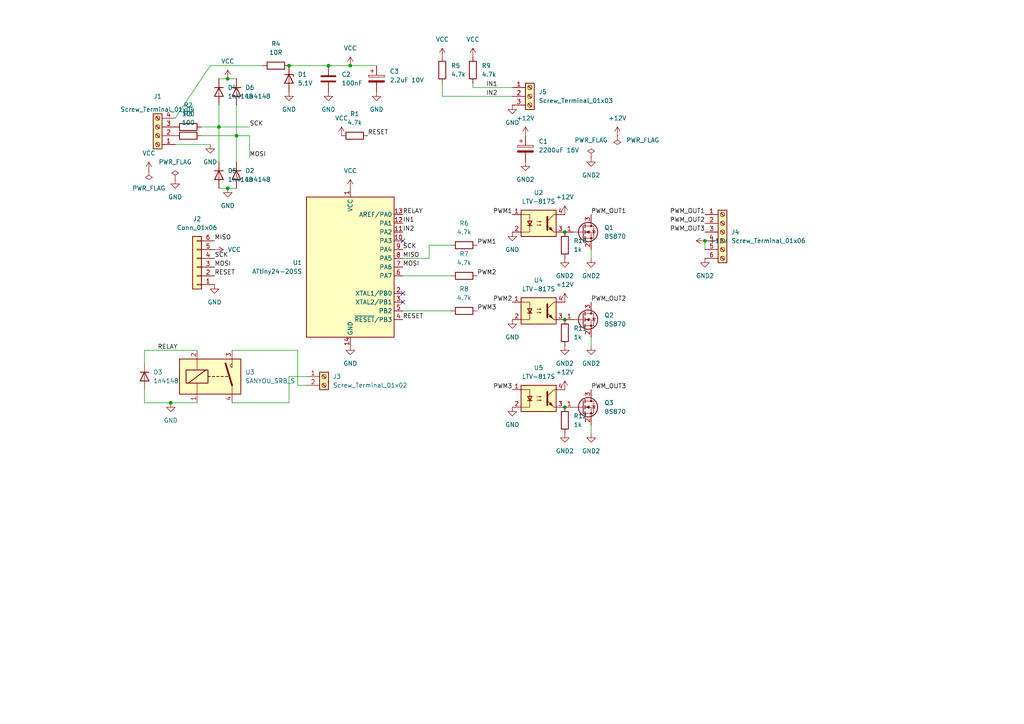
<source format=kicad_sch>
(kicad_sch (version 20211123) (generator eeschema)

  (uuid b1e150f6-d705-4bd2-bedd-3eb5663046ef)

  (paper "A4")

  (lib_symbols
    (symbol "Connector:Screw_Terminal_01x02" (pin_names (offset 1.016) hide) (in_bom yes) (on_board yes)
      (property "Reference" "J" (id 0) (at 0 2.54 0)
        (effects (font (size 1.27 1.27)))
      )
      (property "Value" "Screw_Terminal_01x02" (id 1) (at 0 -5.08 0)
        (effects (font (size 1.27 1.27)))
      )
      (property "Footprint" "" (id 2) (at 0 0 0)
        (effects (font (size 1.27 1.27)) hide)
      )
      (property "Datasheet" "~" (id 3) (at 0 0 0)
        (effects (font (size 1.27 1.27)) hide)
      )
      (property "ki_keywords" "screw terminal" (id 4) (at 0 0 0)
        (effects (font (size 1.27 1.27)) hide)
      )
      (property "ki_description" "Generic screw terminal, single row, 01x02, script generated (kicad-library-utils/schlib/autogen/connector/)" (id 5) (at 0 0 0)
        (effects (font (size 1.27 1.27)) hide)
      )
      (property "ki_fp_filters" "TerminalBlock*:*" (id 6) (at 0 0 0)
        (effects (font (size 1.27 1.27)) hide)
      )
      (symbol "Screw_Terminal_01x02_1_1"
        (rectangle (start -1.27 1.27) (end 1.27 -3.81)
          (stroke (width 0.254) (type default) (color 0 0 0 0))
          (fill (type background))
        )
        (circle (center 0 -2.54) (radius 0.635)
          (stroke (width 0.1524) (type default) (color 0 0 0 0))
          (fill (type none))
        )
        (polyline
          (pts
            (xy -0.5334 -2.2098)
            (xy 0.3302 -3.048)
          )
          (stroke (width 0.1524) (type default) (color 0 0 0 0))
          (fill (type none))
        )
        (polyline
          (pts
            (xy -0.5334 0.3302)
            (xy 0.3302 -0.508)
          )
          (stroke (width 0.1524) (type default) (color 0 0 0 0))
          (fill (type none))
        )
        (polyline
          (pts
            (xy -0.3556 -2.032)
            (xy 0.508 -2.8702)
          )
          (stroke (width 0.1524) (type default) (color 0 0 0 0))
          (fill (type none))
        )
        (polyline
          (pts
            (xy -0.3556 0.508)
            (xy 0.508 -0.3302)
          )
          (stroke (width 0.1524) (type default) (color 0 0 0 0))
          (fill (type none))
        )
        (circle (center 0 0) (radius 0.635)
          (stroke (width 0.1524) (type default) (color 0 0 0 0))
          (fill (type none))
        )
        (pin passive line (at -5.08 0 0) (length 3.81)
          (name "Pin_1" (effects (font (size 1.27 1.27))))
          (number "1" (effects (font (size 1.27 1.27))))
        )
        (pin passive line (at -5.08 -2.54 0) (length 3.81)
          (name "Pin_2" (effects (font (size 1.27 1.27))))
          (number "2" (effects (font (size 1.27 1.27))))
        )
      )
    )
    (symbol "Connector:Screw_Terminal_01x03" (pin_names (offset 1.016) hide) (in_bom yes) (on_board yes)
      (property "Reference" "J" (id 0) (at 0 5.08 0)
        (effects (font (size 1.27 1.27)))
      )
      (property "Value" "Screw_Terminal_01x03" (id 1) (at 0 -5.08 0)
        (effects (font (size 1.27 1.27)))
      )
      (property "Footprint" "" (id 2) (at 0 0 0)
        (effects (font (size 1.27 1.27)) hide)
      )
      (property "Datasheet" "~" (id 3) (at 0 0 0)
        (effects (font (size 1.27 1.27)) hide)
      )
      (property "ki_keywords" "screw terminal" (id 4) (at 0 0 0)
        (effects (font (size 1.27 1.27)) hide)
      )
      (property "ki_description" "Generic screw terminal, single row, 01x03, script generated (kicad-library-utils/schlib/autogen/connector/)" (id 5) (at 0 0 0)
        (effects (font (size 1.27 1.27)) hide)
      )
      (property "ki_fp_filters" "TerminalBlock*:*" (id 6) (at 0 0 0)
        (effects (font (size 1.27 1.27)) hide)
      )
      (symbol "Screw_Terminal_01x03_1_1"
        (rectangle (start -1.27 3.81) (end 1.27 -3.81)
          (stroke (width 0.254) (type default) (color 0 0 0 0))
          (fill (type background))
        )
        (circle (center 0 -2.54) (radius 0.635)
          (stroke (width 0.1524) (type default) (color 0 0 0 0))
          (fill (type none))
        )
        (polyline
          (pts
            (xy -0.5334 -2.2098)
            (xy 0.3302 -3.048)
          )
          (stroke (width 0.1524) (type default) (color 0 0 0 0))
          (fill (type none))
        )
        (polyline
          (pts
            (xy -0.5334 0.3302)
            (xy 0.3302 -0.508)
          )
          (stroke (width 0.1524) (type default) (color 0 0 0 0))
          (fill (type none))
        )
        (polyline
          (pts
            (xy -0.5334 2.8702)
            (xy 0.3302 2.032)
          )
          (stroke (width 0.1524) (type default) (color 0 0 0 0))
          (fill (type none))
        )
        (polyline
          (pts
            (xy -0.3556 -2.032)
            (xy 0.508 -2.8702)
          )
          (stroke (width 0.1524) (type default) (color 0 0 0 0))
          (fill (type none))
        )
        (polyline
          (pts
            (xy -0.3556 0.508)
            (xy 0.508 -0.3302)
          )
          (stroke (width 0.1524) (type default) (color 0 0 0 0))
          (fill (type none))
        )
        (polyline
          (pts
            (xy -0.3556 3.048)
            (xy 0.508 2.2098)
          )
          (stroke (width 0.1524) (type default) (color 0 0 0 0))
          (fill (type none))
        )
        (circle (center 0 0) (radius 0.635)
          (stroke (width 0.1524) (type default) (color 0 0 0 0))
          (fill (type none))
        )
        (circle (center 0 2.54) (radius 0.635)
          (stroke (width 0.1524) (type default) (color 0 0 0 0))
          (fill (type none))
        )
        (pin passive line (at -5.08 2.54 0) (length 3.81)
          (name "Pin_1" (effects (font (size 1.27 1.27))))
          (number "1" (effects (font (size 1.27 1.27))))
        )
        (pin passive line (at -5.08 0 0) (length 3.81)
          (name "Pin_2" (effects (font (size 1.27 1.27))))
          (number "2" (effects (font (size 1.27 1.27))))
        )
        (pin passive line (at -5.08 -2.54 0) (length 3.81)
          (name "Pin_3" (effects (font (size 1.27 1.27))))
          (number "3" (effects (font (size 1.27 1.27))))
        )
      )
    )
    (symbol "Connector:Screw_Terminal_01x04" (pin_names (offset 1.016) hide) (in_bom yes) (on_board yes)
      (property "Reference" "J" (id 0) (at 0 5.08 0)
        (effects (font (size 1.27 1.27)))
      )
      (property "Value" "Screw_Terminal_01x04" (id 1) (at 0 -7.62 0)
        (effects (font (size 1.27 1.27)))
      )
      (property "Footprint" "" (id 2) (at 0 0 0)
        (effects (font (size 1.27 1.27)) hide)
      )
      (property "Datasheet" "~" (id 3) (at 0 0 0)
        (effects (font (size 1.27 1.27)) hide)
      )
      (property "ki_keywords" "screw terminal" (id 4) (at 0 0 0)
        (effects (font (size 1.27 1.27)) hide)
      )
      (property "ki_description" "Generic screw terminal, single row, 01x04, script generated (kicad-library-utils/schlib/autogen/connector/)" (id 5) (at 0 0 0)
        (effects (font (size 1.27 1.27)) hide)
      )
      (property "ki_fp_filters" "TerminalBlock*:*" (id 6) (at 0 0 0)
        (effects (font (size 1.27 1.27)) hide)
      )
      (symbol "Screw_Terminal_01x04_1_1"
        (rectangle (start -1.27 3.81) (end 1.27 -6.35)
          (stroke (width 0.254) (type default) (color 0 0 0 0))
          (fill (type background))
        )
        (circle (center 0 -5.08) (radius 0.635)
          (stroke (width 0.1524) (type default) (color 0 0 0 0))
          (fill (type none))
        )
        (circle (center 0 -2.54) (radius 0.635)
          (stroke (width 0.1524) (type default) (color 0 0 0 0))
          (fill (type none))
        )
        (polyline
          (pts
            (xy -0.5334 -4.7498)
            (xy 0.3302 -5.588)
          )
          (stroke (width 0.1524) (type default) (color 0 0 0 0))
          (fill (type none))
        )
        (polyline
          (pts
            (xy -0.5334 -2.2098)
            (xy 0.3302 -3.048)
          )
          (stroke (width 0.1524) (type default) (color 0 0 0 0))
          (fill (type none))
        )
        (polyline
          (pts
            (xy -0.5334 0.3302)
            (xy 0.3302 -0.508)
          )
          (stroke (width 0.1524) (type default) (color 0 0 0 0))
          (fill (type none))
        )
        (polyline
          (pts
            (xy -0.5334 2.8702)
            (xy 0.3302 2.032)
          )
          (stroke (width 0.1524) (type default) (color 0 0 0 0))
          (fill (type none))
        )
        (polyline
          (pts
            (xy -0.3556 -4.572)
            (xy 0.508 -5.4102)
          )
          (stroke (width 0.1524) (type default) (color 0 0 0 0))
          (fill (type none))
        )
        (polyline
          (pts
            (xy -0.3556 -2.032)
            (xy 0.508 -2.8702)
          )
          (stroke (width 0.1524) (type default) (color 0 0 0 0))
          (fill (type none))
        )
        (polyline
          (pts
            (xy -0.3556 0.508)
            (xy 0.508 -0.3302)
          )
          (stroke (width 0.1524) (type default) (color 0 0 0 0))
          (fill (type none))
        )
        (polyline
          (pts
            (xy -0.3556 3.048)
            (xy 0.508 2.2098)
          )
          (stroke (width 0.1524) (type default) (color 0 0 0 0))
          (fill (type none))
        )
        (circle (center 0 0) (radius 0.635)
          (stroke (width 0.1524) (type default) (color 0 0 0 0))
          (fill (type none))
        )
        (circle (center 0 2.54) (radius 0.635)
          (stroke (width 0.1524) (type default) (color 0 0 0 0))
          (fill (type none))
        )
        (pin passive line (at -5.08 2.54 0) (length 3.81)
          (name "Pin_1" (effects (font (size 1.27 1.27))))
          (number "1" (effects (font (size 1.27 1.27))))
        )
        (pin passive line (at -5.08 0 0) (length 3.81)
          (name "Pin_2" (effects (font (size 1.27 1.27))))
          (number "2" (effects (font (size 1.27 1.27))))
        )
        (pin passive line (at -5.08 -2.54 0) (length 3.81)
          (name "Pin_3" (effects (font (size 1.27 1.27))))
          (number "3" (effects (font (size 1.27 1.27))))
        )
        (pin passive line (at -5.08 -5.08 0) (length 3.81)
          (name "Pin_4" (effects (font (size 1.27 1.27))))
          (number "4" (effects (font (size 1.27 1.27))))
        )
      )
    )
    (symbol "Connector:Screw_Terminal_01x06" (pin_names (offset 1.016) hide) (in_bom yes) (on_board yes)
      (property "Reference" "J" (id 0) (at 0 7.62 0)
        (effects (font (size 1.27 1.27)))
      )
      (property "Value" "Screw_Terminal_01x06" (id 1) (at 0 -10.16 0)
        (effects (font (size 1.27 1.27)))
      )
      (property "Footprint" "" (id 2) (at 0 0 0)
        (effects (font (size 1.27 1.27)) hide)
      )
      (property "Datasheet" "~" (id 3) (at 0 0 0)
        (effects (font (size 1.27 1.27)) hide)
      )
      (property "ki_keywords" "screw terminal" (id 4) (at 0 0 0)
        (effects (font (size 1.27 1.27)) hide)
      )
      (property "ki_description" "Generic screw terminal, single row, 01x06, script generated (kicad-library-utils/schlib/autogen/connector/)" (id 5) (at 0 0 0)
        (effects (font (size 1.27 1.27)) hide)
      )
      (property "ki_fp_filters" "TerminalBlock*:*" (id 6) (at 0 0 0)
        (effects (font (size 1.27 1.27)) hide)
      )
      (symbol "Screw_Terminal_01x06_1_1"
        (rectangle (start -1.27 6.35) (end 1.27 -8.89)
          (stroke (width 0.254) (type default) (color 0 0 0 0))
          (fill (type background))
        )
        (circle (center 0 -7.62) (radius 0.635)
          (stroke (width 0.1524) (type default) (color 0 0 0 0))
          (fill (type none))
        )
        (circle (center 0 -5.08) (radius 0.635)
          (stroke (width 0.1524) (type default) (color 0 0 0 0))
          (fill (type none))
        )
        (circle (center 0 -2.54) (radius 0.635)
          (stroke (width 0.1524) (type default) (color 0 0 0 0))
          (fill (type none))
        )
        (polyline
          (pts
            (xy -0.5334 -7.2898)
            (xy 0.3302 -8.128)
          )
          (stroke (width 0.1524) (type default) (color 0 0 0 0))
          (fill (type none))
        )
        (polyline
          (pts
            (xy -0.5334 -4.7498)
            (xy 0.3302 -5.588)
          )
          (stroke (width 0.1524) (type default) (color 0 0 0 0))
          (fill (type none))
        )
        (polyline
          (pts
            (xy -0.5334 -2.2098)
            (xy 0.3302 -3.048)
          )
          (stroke (width 0.1524) (type default) (color 0 0 0 0))
          (fill (type none))
        )
        (polyline
          (pts
            (xy -0.5334 0.3302)
            (xy 0.3302 -0.508)
          )
          (stroke (width 0.1524) (type default) (color 0 0 0 0))
          (fill (type none))
        )
        (polyline
          (pts
            (xy -0.5334 2.8702)
            (xy 0.3302 2.032)
          )
          (stroke (width 0.1524) (type default) (color 0 0 0 0))
          (fill (type none))
        )
        (polyline
          (pts
            (xy -0.5334 5.4102)
            (xy 0.3302 4.572)
          )
          (stroke (width 0.1524) (type default) (color 0 0 0 0))
          (fill (type none))
        )
        (polyline
          (pts
            (xy -0.3556 -7.112)
            (xy 0.508 -7.9502)
          )
          (stroke (width 0.1524) (type default) (color 0 0 0 0))
          (fill (type none))
        )
        (polyline
          (pts
            (xy -0.3556 -4.572)
            (xy 0.508 -5.4102)
          )
          (stroke (width 0.1524) (type default) (color 0 0 0 0))
          (fill (type none))
        )
        (polyline
          (pts
            (xy -0.3556 -2.032)
            (xy 0.508 -2.8702)
          )
          (stroke (width 0.1524) (type default) (color 0 0 0 0))
          (fill (type none))
        )
        (polyline
          (pts
            (xy -0.3556 0.508)
            (xy 0.508 -0.3302)
          )
          (stroke (width 0.1524) (type default) (color 0 0 0 0))
          (fill (type none))
        )
        (polyline
          (pts
            (xy -0.3556 3.048)
            (xy 0.508 2.2098)
          )
          (stroke (width 0.1524) (type default) (color 0 0 0 0))
          (fill (type none))
        )
        (polyline
          (pts
            (xy -0.3556 5.588)
            (xy 0.508 4.7498)
          )
          (stroke (width 0.1524) (type default) (color 0 0 0 0))
          (fill (type none))
        )
        (circle (center 0 0) (radius 0.635)
          (stroke (width 0.1524) (type default) (color 0 0 0 0))
          (fill (type none))
        )
        (circle (center 0 2.54) (radius 0.635)
          (stroke (width 0.1524) (type default) (color 0 0 0 0))
          (fill (type none))
        )
        (circle (center 0 5.08) (radius 0.635)
          (stroke (width 0.1524) (type default) (color 0 0 0 0))
          (fill (type none))
        )
        (pin passive line (at -5.08 5.08 0) (length 3.81)
          (name "Pin_1" (effects (font (size 1.27 1.27))))
          (number "1" (effects (font (size 1.27 1.27))))
        )
        (pin passive line (at -5.08 2.54 0) (length 3.81)
          (name "Pin_2" (effects (font (size 1.27 1.27))))
          (number "2" (effects (font (size 1.27 1.27))))
        )
        (pin passive line (at -5.08 0 0) (length 3.81)
          (name "Pin_3" (effects (font (size 1.27 1.27))))
          (number "3" (effects (font (size 1.27 1.27))))
        )
        (pin passive line (at -5.08 -2.54 0) (length 3.81)
          (name "Pin_4" (effects (font (size 1.27 1.27))))
          (number "4" (effects (font (size 1.27 1.27))))
        )
        (pin passive line (at -5.08 -5.08 0) (length 3.81)
          (name "Pin_5" (effects (font (size 1.27 1.27))))
          (number "5" (effects (font (size 1.27 1.27))))
        )
        (pin passive line (at -5.08 -7.62 0) (length 3.81)
          (name "Pin_6" (effects (font (size 1.27 1.27))))
          (number "6" (effects (font (size 1.27 1.27))))
        )
      )
    )
    (symbol "Connector_Generic:Conn_01x06" (pin_names (offset 1.016) hide) (in_bom yes) (on_board yes)
      (property "Reference" "J" (id 0) (at 0 7.62 0)
        (effects (font (size 1.27 1.27)))
      )
      (property "Value" "Conn_01x06" (id 1) (at 0 -10.16 0)
        (effects (font (size 1.27 1.27)))
      )
      (property "Footprint" "" (id 2) (at 0 0 0)
        (effects (font (size 1.27 1.27)) hide)
      )
      (property "Datasheet" "~" (id 3) (at 0 0 0)
        (effects (font (size 1.27 1.27)) hide)
      )
      (property "ki_keywords" "connector" (id 4) (at 0 0 0)
        (effects (font (size 1.27 1.27)) hide)
      )
      (property "ki_description" "Generic connector, single row, 01x06, script generated (kicad-library-utils/schlib/autogen/connector/)" (id 5) (at 0 0 0)
        (effects (font (size 1.27 1.27)) hide)
      )
      (property "ki_fp_filters" "Connector*:*_1x??_*" (id 6) (at 0 0 0)
        (effects (font (size 1.27 1.27)) hide)
      )
      (symbol "Conn_01x06_1_1"
        (rectangle (start -1.27 -7.493) (end 0 -7.747)
          (stroke (width 0.1524) (type default) (color 0 0 0 0))
          (fill (type none))
        )
        (rectangle (start -1.27 -4.953) (end 0 -5.207)
          (stroke (width 0.1524) (type default) (color 0 0 0 0))
          (fill (type none))
        )
        (rectangle (start -1.27 -2.413) (end 0 -2.667)
          (stroke (width 0.1524) (type default) (color 0 0 0 0))
          (fill (type none))
        )
        (rectangle (start -1.27 0.127) (end 0 -0.127)
          (stroke (width 0.1524) (type default) (color 0 0 0 0))
          (fill (type none))
        )
        (rectangle (start -1.27 2.667) (end 0 2.413)
          (stroke (width 0.1524) (type default) (color 0 0 0 0))
          (fill (type none))
        )
        (rectangle (start -1.27 5.207) (end 0 4.953)
          (stroke (width 0.1524) (type default) (color 0 0 0 0))
          (fill (type none))
        )
        (rectangle (start -1.27 6.35) (end 1.27 -8.89)
          (stroke (width 0.254) (type default) (color 0 0 0 0))
          (fill (type background))
        )
        (pin passive line (at -5.08 5.08 0) (length 3.81)
          (name "Pin_1" (effects (font (size 1.27 1.27))))
          (number "1" (effects (font (size 1.27 1.27))))
        )
        (pin passive line (at -5.08 2.54 0) (length 3.81)
          (name "Pin_2" (effects (font (size 1.27 1.27))))
          (number "2" (effects (font (size 1.27 1.27))))
        )
        (pin passive line (at -5.08 0 0) (length 3.81)
          (name "Pin_3" (effects (font (size 1.27 1.27))))
          (number "3" (effects (font (size 1.27 1.27))))
        )
        (pin passive line (at -5.08 -2.54 0) (length 3.81)
          (name "Pin_4" (effects (font (size 1.27 1.27))))
          (number "4" (effects (font (size 1.27 1.27))))
        )
        (pin passive line (at -5.08 -5.08 0) (length 3.81)
          (name "Pin_5" (effects (font (size 1.27 1.27))))
          (number "5" (effects (font (size 1.27 1.27))))
        )
        (pin passive line (at -5.08 -7.62 0) (length 3.81)
          (name "Pin_6" (effects (font (size 1.27 1.27))))
          (number "6" (effects (font (size 1.27 1.27))))
        )
      )
    )
    (symbol "Device:C" (pin_numbers hide) (pin_names (offset 0.254)) (in_bom yes) (on_board yes)
      (property "Reference" "C" (id 0) (at 0.635 2.54 0)
        (effects (font (size 1.27 1.27)) (justify left))
      )
      (property "Value" "C" (id 1) (at 0.635 -2.54 0)
        (effects (font (size 1.27 1.27)) (justify left))
      )
      (property "Footprint" "" (id 2) (at 0.9652 -3.81 0)
        (effects (font (size 1.27 1.27)) hide)
      )
      (property "Datasheet" "~" (id 3) (at 0 0 0)
        (effects (font (size 1.27 1.27)) hide)
      )
      (property "ki_keywords" "cap capacitor" (id 4) (at 0 0 0)
        (effects (font (size 1.27 1.27)) hide)
      )
      (property "ki_description" "Unpolarized capacitor" (id 5) (at 0 0 0)
        (effects (font (size 1.27 1.27)) hide)
      )
      (property "ki_fp_filters" "C_*" (id 6) (at 0 0 0)
        (effects (font (size 1.27 1.27)) hide)
      )
      (symbol "C_0_1"
        (polyline
          (pts
            (xy -2.032 -0.762)
            (xy 2.032 -0.762)
          )
          (stroke (width 0.508) (type default) (color 0 0 0 0))
          (fill (type none))
        )
        (polyline
          (pts
            (xy -2.032 0.762)
            (xy 2.032 0.762)
          )
          (stroke (width 0.508) (type default) (color 0 0 0 0))
          (fill (type none))
        )
      )
      (symbol "C_1_1"
        (pin passive line (at 0 3.81 270) (length 2.794)
          (name "~" (effects (font (size 1.27 1.27))))
          (number "1" (effects (font (size 1.27 1.27))))
        )
        (pin passive line (at 0 -3.81 90) (length 2.794)
          (name "~" (effects (font (size 1.27 1.27))))
          (number "2" (effects (font (size 1.27 1.27))))
        )
      )
    )
    (symbol "Device:C_Polarized" (pin_numbers hide) (pin_names (offset 0.254)) (in_bom yes) (on_board yes)
      (property "Reference" "C" (id 0) (at 0.635 2.54 0)
        (effects (font (size 1.27 1.27)) (justify left))
      )
      (property "Value" "C_Polarized" (id 1) (at 0.635 -2.54 0)
        (effects (font (size 1.27 1.27)) (justify left))
      )
      (property "Footprint" "" (id 2) (at 0.9652 -3.81 0)
        (effects (font (size 1.27 1.27)) hide)
      )
      (property "Datasheet" "~" (id 3) (at 0 0 0)
        (effects (font (size 1.27 1.27)) hide)
      )
      (property "ki_keywords" "cap capacitor" (id 4) (at 0 0 0)
        (effects (font (size 1.27 1.27)) hide)
      )
      (property "ki_description" "Polarized capacitor" (id 5) (at 0 0 0)
        (effects (font (size 1.27 1.27)) hide)
      )
      (property "ki_fp_filters" "CP_*" (id 6) (at 0 0 0)
        (effects (font (size 1.27 1.27)) hide)
      )
      (symbol "C_Polarized_0_1"
        (rectangle (start -2.286 0.508) (end 2.286 1.016)
          (stroke (width 0) (type default) (color 0 0 0 0))
          (fill (type none))
        )
        (polyline
          (pts
            (xy -1.778 2.286)
            (xy -0.762 2.286)
          )
          (stroke (width 0) (type default) (color 0 0 0 0))
          (fill (type none))
        )
        (polyline
          (pts
            (xy -1.27 2.794)
            (xy -1.27 1.778)
          )
          (stroke (width 0) (type default) (color 0 0 0 0))
          (fill (type none))
        )
        (rectangle (start 2.286 -0.508) (end -2.286 -1.016)
          (stroke (width 0) (type default) (color 0 0 0 0))
          (fill (type outline))
        )
      )
      (symbol "C_Polarized_1_1"
        (pin passive line (at 0 3.81 270) (length 2.794)
          (name "~" (effects (font (size 1.27 1.27))))
          (number "1" (effects (font (size 1.27 1.27))))
        )
        (pin passive line (at 0 -3.81 90) (length 2.794)
          (name "~" (effects (font (size 1.27 1.27))))
          (number "2" (effects (font (size 1.27 1.27))))
        )
      )
    )
    (symbol "Device:D" (pin_numbers hide) (pin_names (offset 1.016) hide) (in_bom yes) (on_board yes)
      (property "Reference" "D" (id 0) (at 0 2.54 0)
        (effects (font (size 1.27 1.27)))
      )
      (property "Value" "D" (id 1) (at 0 -2.54 0)
        (effects (font (size 1.27 1.27)))
      )
      (property "Footprint" "" (id 2) (at 0 0 0)
        (effects (font (size 1.27 1.27)) hide)
      )
      (property "Datasheet" "~" (id 3) (at 0 0 0)
        (effects (font (size 1.27 1.27)) hide)
      )
      (property "ki_keywords" "diode" (id 4) (at 0 0 0)
        (effects (font (size 1.27 1.27)) hide)
      )
      (property "ki_description" "Diode" (id 5) (at 0 0 0)
        (effects (font (size 1.27 1.27)) hide)
      )
      (property "ki_fp_filters" "TO-???* *_Diode_* *SingleDiode* D_*" (id 6) (at 0 0 0)
        (effects (font (size 1.27 1.27)) hide)
      )
      (symbol "D_0_1"
        (polyline
          (pts
            (xy -1.27 1.27)
            (xy -1.27 -1.27)
          )
          (stroke (width 0.254) (type default) (color 0 0 0 0))
          (fill (type none))
        )
        (polyline
          (pts
            (xy 1.27 0)
            (xy -1.27 0)
          )
          (stroke (width 0) (type default) (color 0 0 0 0))
          (fill (type none))
        )
        (polyline
          (pts
            (xy 1.27 1.27)
            (xy 1.27 -1.27)
            (xy -1.27 0)
            (xy 1.27 1.27)
          )
          (stroke (width 0.254) (type default) (color 0 0 0 0))
          (fill (type none))
        )
      )
      (symbol "D_1_1"
        (pin passive line (at -3.81 0 0) (length 2.54)
          (name "K" (effects (font (size 1.27 1.27))))
          (number "1" (effects (font (size 1.27 1.27))))
        )
        (pin passive line (at 3.81 0 180) (length 2.54)
          (name "A" (effects (font (size 1.27 1.27))))
          (number "2" (effects (font (size 1.27 1.27))))
        )
      )
    )
    (symbol "Device:D_Zener" (pin_numbers hide) (pin_names (offset 1.016) hide) (in_bom yes) (on_board yes)
      (property "Reference" "D" (id 0) (at 0 2.54 0)
        (effects (font (size 1.27 1.27)))
      )
      (property "Value" "D_Zener" (id 1) (at 0 -2.54 0)
        (effects (font (size 1.27 1.27)))
      )
      (property "Footprint" "" (id 2) (at 0 0 0)
        (effects (font (size 1.27 1.27)) hide)
      )
      (property "Datasheet" "~" (id 3) (at 0 0 0)
        (effects (font (size 1.27 1.27)) hide)
      )
      (property "ki_keywords" "diode" (id 4) (at 0 0 0)
        (effects (font (size 1.27 1.27)) hide)
      )
      (property "ki_description" "Zener diode" (id 5) (at 0 0 0)
        (effects (font (size 1.27 1.27)) hide)
      )
      (property "ki_fp_filters" "TO-???* *_Diode_* *SingleDiode* D_*" (id 6) (at 0 0 0)
        (effects (font (size 1.27 1.27)) hide)
      )
      (symbol "D_Zener_0_1"
        (polyline
          (pts
            (xy 1.27 0)
            (xy -1.27 0)
          )
          (stroke (width 0) (type default) (color 0 0 0 0))
          (fill (type none))
        )
        (polyline
          (pts
            (xy -1.27 -1.27)
            (xy -1.27 1.27)
            (xy -0.762 1.27)
          )
          (stroke (width 0.254) (type default) (color 0 0 0 0))
          (fill (type none))
        )
        (polyline
          (pts
            (xy 1.27 -1.27)
            (xy 1.27 1.27)
            (xy -1.27 0)
            (xy 1.27 -1.27)
          )
          (stroke (width 0.254) (type default) (color 0 0 0 0))
          (fill (type none))
        )
      )
      (symbol "D_Zener_1_1"
        (pin passive line (at -3.81 0 0) (length 2.54)
          (name "K" (effects (font (size 1.27 1.27))))
          (number "1" (effects (font (size 1.27 1.27))))
        )
        (pin passive line (at 3.81 0 180) (length 2.54)
          (name "A" (effects (font (size 1.27 1.27))))
          (number "2" (effects (font (size 1.27 1.27))))
        )
      )
    )
    (symbol "Device:R" (pin_numbers hide) (pin_names (offset 0)) (in_bom yes) (on_board yes)
      (property "Reference" "R" (id 0) (at 2.032 0 90)
        (effects (font (size 1.27 1.27)))
      )
      (property "Value" "R" (id 1) (at 0 0 90)
        (effects (font (size 1.27 1.27)))
      )
      (property "Footprint" "" (id 2) (at -1.778 0 90)
        (effects (font (size 1.27 1.27)) hide)
      )
      (property "Datasheet" "~" (id 3) (at 0 0 0)
        (effects (font (size 1.27 1.27)) hide)
      )
      (property "ki_keywords" "R res resistor" (id 4) (at 0 0 0)
        (effects (font (size 1.27 1.27)) hide)
      )
      (property "ki_description" "Resistor" (id 5) (at 0 0 0)
        (effects (font (size 1.27 1.27)) hide)
      )
      (property "ki_fp_filters" "R_*" (id 6) (at 0 0 0)
        (effects (font (size 1.27 1.27)) hide)
      )
      (symbol "R_0_1"
        (rectangle (start -1.016 -2.54) (end 1.016 2.54)
          (stroke (width 0.254) (type default) (color 0 0 0 0))
          (fill (type none))
        )
      )
      (symbol "R_1_1"
        (pin passive line (at 0 3.81 270) (length 1.27)
          (name "~" (effects (font (size 1.27 1.27))))
          (number "1" (effects (font (size 1.27 1.27))))
        )
        (pin passive line (at 0 -3.81 90) (length 1.27)
          (name "~" (effects (font (size 1.27 1.27))))
          (number "2" (effects (font (size 1.27 1.27))))
        )
      )
    )
    (symbol "Isolator:LTV-817S" (pin_names (offset 1.016)) (in_bom yes) (on_board yes)
      (property "Reference" "U" (id 0) (at -3.81 5.08 0)
        (effects (font (size 1.27 1.27)))
      )
      (property "Value" "LTV-817S" (id 1) (at 0 -5.08 0)
        (effects (font (size 1.27 1.27)))
      )
      (property "Footprint" "Package_DIP:SMDIP-4_W9.53mm" (id 2) (at 0 -7.62 0)
        (effects (font (size 1.27 1.27)) hide)
      )
      (property "Datasheet" "http://www.us.liteon.com/downloads/LTV-817-827-847.PDF" (id 3) (at -8.89 7.62 0)
        (effects (font (size 1.27 1.27)) hide)
      )
      (property "ki_keywords" "NPN DC Optocoupler" (id 4) (at 0 0 0)
        (effects (font (size 1.27 1.27)) hide)
      )
      (property "ki_description" "DC Optocoupler, Vce 35V, CTR 50%, SMDIP-4" (id 5) (at 0 0 0)
        (effects (font (size 1.27 1.27)) hide)
      )
      (property "ki_fp_filters" "SMDIP*W9.53mm*" (id 6) (at 0 0 0)
        (effects (font (size 1.27 1.27)) hide)
      )
      (symbol "LTV-817S_1_1"
        (rectangle (start -5.08 3.81) (end 5.08 -3.81)
          (stroke (width 0.254) (type default) (color 0 0 0 0))
          (fill (type background))
        )
        (polyline
          (pts
            (xy -3.175 -0.635)
            (xy -1.905 -0.635)
          )
          (stroke (width 0.254) (type default) (color 0 0 0 0))
          (fill (type none))
        )
        (polyline
          (pts
            (xy 2.54 0.635)
            (xy 4.445 2.54)
          )
          (stroke (width 0) (type default) (color 0 0 0 0))
          (fill (type none))
        )
        (polyline
          (pts
            (xy 4.445 -2.54)
            (xy 2.54 -0.635)
          )
          (stroke (width 0) (type default) (color 0 0 0 0))
          (fill (type outline))
        )
        (polyline
          (pts
            (xy 4.445 -2.54)
            (xy 5.08 -2.54)
          )
          (stroke (width 0) (type default) (color 0 0 0 0))
          (fill (type none))
        )
        (polyline
          (pts
            (xy 4.445 2.54)
            (xy 5.08 2.54)
          )
          (stroke (width 0) (type default) (color 0 0 0 0))
          (fill (type none))
        )
        (polyline
          (pts
            (xy -5.08 2.54)
            (xy -2.54 2.54)
            (xy -2.54 -0.762)
          )
          (stroke (width 0) (type default) (color 0 0 0 0))
          (fill (type none))
        )
        (polyline
          (pts
            (xy -2.54 -0.635)
            (xy -2.54 -2.54)
            (xy -5.08 -2.54)
          )
          (stroke (width 0) (type default) (color 0 0 0 0))
          (fill (type none))
        )
        (polyline
          (pts
            (xy 2.54 1.905)
            (xy 2.54 -1.905)
            (xy 2.54 -1.905)
          )
          (stroke (width 0.508) (type default) (color 0 0 0 0))
          (fill (type none))
        )
        (polyline
          (pts
            (xy -2.54 -0.635)
            (xy -3.175 0.635)
            (xy -1.905 0.635)
            (xy -2.54 -0.635)
          )
          (stroke (width 0.254) (type default) (color 0 0 0 0))
          (fill (type none))
        )
        (polyline
          (pts
            (xy -0.508 -0.508)
            (xy 0.762 -0.508)
            (xy 0.381 -0.635)
            (xy 0.381 -0.381)
            (xy 0.762 -0.508)
          )
          (stroke (width 0) (type default) (color 0 0 0 0))
          (fill (type none))
        )
        (polyline
          (pts
            (xy -0.508 0.508)
            (xy 0.762 0.508)
            (xy 0.381 0.381)
            (xy 0.381 0.635)
            (xy 0.762 0.508)
          )
          (stroke (width 0) (type default) (color 0 0 0 0))
          (fill (type none))
        )
        (polyline
          (pts
            (xy 3.048 -1.651)
            (xy 3.556 -1.143)
            (xy 4.064 -2.159)
            (xy 3.048 -1.651)
            (xy 3.048 -1.651)
          )
          (stroke (width 0) (type default) (color 0 0 0 0))
          (fill (type outline))
        )
        (pin passive line (at -7.62 2.54 0) (length 2.54)
          (name "~" (effects (font (size 1.27 1.27))))
          (number "1" (effects (font (size 1.27 1.27))))
        )
        (pin passive line (at -7.62 -2.54 0) (length 2.54)
          (name "~" (effects (font (size 1.27 1.27))))
          (number "2" (effects (font (size 1.27 1.27))))
        )
        (pin passive line (at 7.62 -2.54 180) (length 2.54)
          (name "~" (effects (font (size 1.27 1.27))))
          (number "3" (effects (font (size 1.27 1.27))))
        )
        (pin passive line (at 7.62 2.54 180) (length 2.54)
          (name "~" (effects (font (size 1.27 1.27))))
          (number "4" (effects (font (size 1.27 1.27))))
        )
      )
    )
    (symbol "MCU_Microchip_ATtiny:ATtiny24-20SS" (in_bom yes) (on_board yes)
      (property "Reference" "U" (id 0) (at -12.7 21.59 0)
        (effects (font (size 1.27 1.27)) (justify left bottom))
      )
      (property "Value" "ATtiny24-20SS" (id 1) (at 2.54 -21.59 0)
        (effects (font (size 1.27 1.27)) (justify left top))
      )
      (property "Footprint" "Package_SO:SOIC-14_3.9x8.7mm_P1.27mm" (id 2) (at 0 0 0)
        (effects (font (size 1.27 1.27) italic) hide)
      )
      (property "Datasheet" "http://ww1.microchip.com/downloads/en/DeviceDoc/doc8006.pdf" (id 3) (at 0 0 0)
        (effects (font (size 1.27 1.27)) hide)
      )
      (property "ki_keywords" "AVR 8bit Microcontroller tinyAVR" (id 4) (at 0 0 0)
        (effects (font (size 1.27 1.27)) hide)
      )
      (property "ki_description" "20MHz, 2kB Flash, 128B SRAM, 128B EEPROM, debugWIRE, SOIC-14" (id 5) (at 0 0 0)
        (effects (font (size 1.27 1.27)) hide)
      )
      (property "ki_fp_filters" "SOIC*3.9x8.7mm*P1.27mm*" (id 6) (at 0 0 0)
        (effects (font (size 1.27 1.27)) hide)
      )
      (symbol "ATtiny24-20SS_0_1"
        (rectangle (start -12.7 -20.32) (end 12.7 20.32)
          (stroke (width 0.254) (type default) (color 0 0 0 0))
          (fill (type background))
        )
      )
      (symbol "ATtiny24-20SS_1_1"
        (pin power_in line (at 0 22.86 270) (length 2.54)
          (name "VCC" (effects (font (size 1.27 1.27))))
          (number "1" (effects (font (size 1.27 1.27))))
        )
        (pin bidirectional line (at 15.24 7.62 180) (length 2.54)
          (name "PA3" (effects (font (size 1.27 1.27))))
          (number "10" (effects (font (size 1.27 1.27))))
        )
        (pin bidirectional line (at 15.24 10.16 180) (length 2.54)
          (name "PA2" (effects (font (size 1.27 1.27))))
          (number "11" (effects (font (size 1.27 1.27))))
        )
        (pin bidirectional line (at 15.24 12.7 180) (length 2.54)
          (name "PA1" (effects (font (size 1.27 1.27))))
          (number "12" (effects (font (size 1.27 1.27))))
        )
        (pin bidirectional line (at 15.24 15.24 180) (length 2.54)
          (name "AREF/PA0" (effects (font (size 1.27 1.27))))
          (number "13" (effects (font (size 1.27 1.27))))
        )
        (pin power_in line (at 0 -22.86 90) (length 2.54)
          (name "GND" (effects (font (size 1.27 1.27))))
          (number "14" (effects (font (size 1.27 1.27))))
        )
        (pin bidirectional line (at 15.24 -7.62 180) (length 2.54)
          (name "XTAL1/PB0" (effects (font (size 1.27 1.27))))
          (number "2" (effects (font (size 1.27 1.27))))
        )
        (pin bidirectional line (at 15.24 -10.16 180) (length 2.54)
          (name "XTAL2/PB1" (effects (font (size 1.27 1.27))))
          (number "3" (effects (font (size 1.27 1.27))))
        )
        (pin bidirectional line (at 15.24 -15.24 180) (length 2.54)
          (name "~{RESET}/PB3" (effects (font (size 1.27 1.27))))
          (number "4" (effects (font (size 1.27 1.27))))
        )
        (pin bidirectional line (at 15.24 -12.7 180) (length 2.54)
          (name "PB2" (effects (font (size 1.27 1.27))))
          (number "5" (effects (font (size 1.27 1.27))))
        )
        (pin bidirectional line (at 15.24 -2.54 180) (length 2.54)
          (name "PA7" (effects (font (size 1.27 1.27))))
          (number "6" (effects (font (size 1.27 1.27))))
        )
        (pin bidirectional line (at 15.24 0 180) (length 2.54)
          (name "PA6" (effects (font (size 1.27 1.27))))
          (number "7" (effects (font (size 1.27 1.27))))
        )
        (pin bidirectional line (at 15.24 2.54 180) (length 2.54)
          (name "PA5" (effects (font (size 1.27 1.27))))
          (number "8" (effects (font (size 1.27 1.27))))
        )
        (pin bidirectional line (at 15.24 5.08 180) (length 2.54)
          (name "PA4" (effects (font (size 1.27 1.27))))
          (number "9" (effects (font (size 1.27 1.27))))
        )
      )
    )
    (symbol "Transistor_FET:BS870" (pin_names hide) (in_bom yes) (on_board yes)
      (property "Reference" "Q" (id 0) (at 5.08 1.905 0)
        (effects (font (size 1.27 1.27)) (justify left))
      )
      (property "Value" "BS870" (id 1) (at 5.08 0 0)
        (effects (font (size 1.27 1.27)) (justify left))
      )
      (property "Footprint" "Package_TO_SOT_SMD:SOT-23" (id 2) (at 5.08 -1.905 0)
        (effects (font (size 1.27 1.27) italic) (justify left) hide)
      )
      (property "Datasheet" "http://www.diodes.com/assets/Datasheets/ds11302.pdf" (id 3) (at 0 0 0)
        (effects (font (size 1.27 1.27)) (justify left) hide)
      )
      (property "ki_keywords" "N-Channel MOSFET" (id 4) (at 0 0 0)
        (effects (font (size 1.27 1.27)) hide)
      )
      (property "ki_description" "0.25A Id, 60V Vds, N-Channel MOSFET, SOT-23" (id 5) (at 0 0 0)
        (effects (font (size 1.27 1.27)) hide)
      )
      (property "ki_fp_filters" "SOT?23*" (id 6) (at 0 0 0)
        (effects (font (size 1.27 1.27)) hide)
      )
      (symbol "BS870_0_1"
        (polyline
          (pts
            (xy 0.254 0)
            (xy -2.54 0)
          )
          (stroke (width 0) (type default) (color 0 0 0 0))
          (fill (type none))
        )
        (polyline
          (pts
            (xy 0.254 1.905)
            (xy 0.254 -1.905)
          )
          (stroke (width 0.254) (type default) (color 0 0 0 0))
          (fill (type none))
        )
        (polyline
          (pts
            (xy 0.762 -1.27)
            (xy 0.762 -2.286)
          )
          (stroke (width 0.254) (type default) (color 0 0 0 0))
          (fill (type none))
        )
        (polyline
          (pts
            (xy 0.762 0.508)
            (xy 0.762 -0.508)
          )
          (stroke (width 0.254) (type default) (color 0 0 0 0))
          (fill (type none))
        )
        (polyline
          (pts
            (xy 0.762 2.286)
            (xy 0.762 1.27)
          )
          (stroke (width 0.254) (type default) (color 0 0 0 0))
          (fill (type none))
        )
        (polyline
          (pts
            (xy 2.54 2.54)
            (xy 2.54 1.778)
          )
          (stroke (width 0) (type default) (color 0 0 0 0))
          (fill (type none))
        )
        (polyline
          (pts
            (xy 2.54 -2.54)
            (xy 2.54 0)
            (xy 0.762 0)
          )
          (stroke (width 0) (type default) (color 0 0 0 0))
          (fill (type none))
        )
        (polyline
          (pts
            (xy 0.762 -1.778)
            (xy 3.302 -1.778)
            (xy 3.302 1.778)
            (xy 0.762 1.778)
          )
          (stroke (width 0) (type default) (color 0 0 0 0))
          (fill (type none))
        )
        (polyline
          (pts
            (xy 1.016 0)
            (xy 2.032 0.381)
            (xy 2.032 -0.381)
            (xy 1.016 0)
          )
          (stroke (width 0) (type default) (color 0 0 0 0))
          (fill (type outline))
        )
        (polyline
          (pts
            (xy 2.794 0.508)
            (xy 2.921 0.381)
            (xy 3.683 0.381)
            (xy 3.81 0.254)
          )
          (stroke (width 0) (type default) (color 0 0 0 0))
          (fill (type none))
        )
        (polyline
          (pts
            (xy 3.302 0.381)
            (xy 2.921 -0.254)
            (xy 3.683 -0.254)
            (xy 3.302 0.381)
          )
          (stroke (width 0) (type default) (color 0 0 0 0))
          (fill (type none))
        )
        (circle (center 1.651 0) (radius 2.794)
          (stroke (width 0.254) (type default) (color 0 0 0 0))
          (fill (type none))
        )
        (circle (center 2.54 -1.778) (radius 0.254)
          (stroke (width 0) (type default) (color 0 0 0 0))
          (fill (type outline))
        )
        (circle (center 2.54 1.778) (radius 0.254)
          (stroke (width 0) (type default) (color 0 0 0 0))
          (fill (type outline))
        )
      )
      (symbol "BS870_1_1"
        (pin input line (at -5.08 0 0) (length 2.54)
          (name "G" (effects (font (size 1.27 1.27))))
          (number "1" (effects (font (size 1.27 1.27))))
        )
        (pin passive line (at 2.54 -5.08 90) (length 2.54)
          (name "S" (effects (font (size 1.27 1.27))))
          (number "2" (effects (font (size 1.27 1.27))))
        )
        (pin passive line (at 2.54 5.08 270) (length 2.54)
          (name "D" (effects (font (size 1.27 1.27))))
          (number "3" (effects (font (size 1.27 1.27))))
        )
      )
    )
    (symbol "moje:SANYOU_SRB_S" (in_bom yes) (on_board yes)
      (property "Reference" "U" (id 0) (at 0 0 0)
        (effects (font (size 1.27 1.27)))
      )
      (property "Value" "SANYOU_SRB_S" (id 1) (at -1.27 -3.81 0)
        (effects (font (size 1.27 1.27)))
      )
      (property "Footprint" "moje:SANYOU_SRB" (id 2) (at 0 0 0)
        (effects (font (size 1.27 1.27)) hide)
      )
      (property "Datasheet" "" (id 3) (at 0 0 0)
        (effects (font (size 1.27 1.27)) hide)
      )
      (symbol "SANYOU_SRB_S_0_0"
        (polyline
          (pts
            (xy 5.08 5.08)
            (xy 5.08 2.54)
            (xy 4.445 3.175)
            (xy 5.08 3.81)
          )
          (stroke (width 0) (type default) (color 0 0 0 0))
          (fill (type none))
        )
      )
      (symbol "SANYOU_SRB_S_0_1"
        (rectangle (start -10.16 5.08) (end 7.62 -5.08)
          (stroke (width 0.254) (type default) (color 0 0 0 0))
          (fill (type background))
        )
        (rectangle (start -8.255 1.905) (end -1.905 -1.905)
          (stroke (width 0.254) (type default) (color 0 0 0 0))
          (fill (type none))
        )
        (polyline
          (pts
            (xy -7.62 -1.905)
            (xy -2.54 1.905)
          )
          (stroke (width 0.254) (type default) (color 0 0 0 0))
          (fill (type none))
        )
        (polyline
          (pts
            (xy -5.08 -5.08)
            (xy -5.08 -1.905)
          )
          (stroke (width 0) (type default) (color 0 0 0 0))
          (fill (type none))
        )
        (polyline
          (pts
            (xy -5.08 5.08)
            (xy -5.08 1.905)
          )
          (stroke (width 0) (type default) (color 0 0 0 0))
          (fill (type none))
        )
        (polyline
          (pts
            (xy -1.905 0)
            (xy -1.27 0)
          )
          (stroke (width 0.254) (type default) (color 0 0 0 0))
          (fill (type none))
        )
        (polyline
          (pts
            (xy -0.635 0)
            (xy 0 0)
          )
          (stroke (width 0.254) (type default) (color 0 0 0 0))
          (fill (type none))
        )
        (polyline
          (pts
            (xy 0.635 0)
            (xy 1.27 0)
          )
          (stroke (width 0.254) (type default) (color 0 0 0 0))
          (fill (type none))
        )
        (polyline
          (pts
            (xy 1.905 0)
            (xy 2.54 0)
          )
          (stroke (width 0.254) (type default) (color 0 0 0 0))
          (fill (type none))
        )
        (polyline
          (pts
            (xy 3.175 0)
            (xy 3.81 0)
          )
          (stroke (width 0.254) (type default) (color 0 0 0 0))
          (fill (type none))
        )
        (polyline
          (pts
            (xy 5.08 -2.54)
            (xy 3.175 3.81)
          )
          (stroke (width 0.508) (type default) (color 0 0 0 0))
          (fill (type none))
        )
        (polyline
          (pts
            (xy 5.08 -2.54)
            (xy 5.08 -5.08)
          )
          (stroke (width 0) (type default) (color 0 0 0 0))
          (fill (type none))
        )
      )
      (symbol "SANYOU_SRB_S_1_1"
        (pin passive line (at -5.08 -7.62 90) (length 2.54)
          (name "~" (effects (font (size 1.27 1.27))))
          (number "1" (effects (font (size 1.27 1.27))))
        )
        (pin passive line (at -5.08 7.62 270) (length 2.54)
          (name "~" (effects (font (size 1.27 1.27))))
          (number "2" (effects (font (size 1.27 1.27))))
        )
        (pin passive line (at 5.08 7.62 270) (length 2.54)
          (name "~" (effects (font (size 1.27 1.27))))
          (number "3" (effects (font (size 1.27 1.27))))
        )
        (pin passive line (at 5.08 -7.62 90) (length 2.54)
          (name "~" (effects (font (size 1.27 1.27))))
          (number "4" (effects (font (size 1.27 1.27))))
        )
      )
    )
    (symbol "power:+12V" (power) (pin_names (offset 0)) (in_bom yes) (on_board yes)
      (property "Reference" "#PWR" (id 0) (at 0 -3.81 0)
        (effects (font (size 1.27 1.27)) hide)
      )
      (property "Value" "+12V" (id 1) (at 0 3.556 0)
        (effects (font (size 1.27 1.27)))
      )
      (property "Footprint" "" (id 2) (at 0 0 0)
        (effects (font (size 1.27 1.27)) hide)
      )
      (property "Datasheet" "" (id 3) (at 0 0 0)
        (effects (font (size 1.27 1.27)) hide)
      )
      (property "ki_keywords" "global power" (id 4) (at 0 0 0)
        (effects (font (size 1.27 1.27)) hide)
      )
      (property "ki_description" "Power symbol creates a global label with name \"+12V\"" (id 5) (at 0 0 0)
        (effects (font (size 1.27 1.27)) hide)
      )
      (symbol "+12V_0_1"
        (polyline
          (pts
            (xy -0.762 1.27)
            (xy 0 2.54)
          )
          (stroke (width 0) (type default) (color 0 0 0 0))
          (fill (type none))
        )
        (polyline
          (pts
            (xy 0 0)
            (xy 0 2.54)
          )
          (stroke (width 0) (type default) (color 0 0 0 0))
          (fill (type none))
        )
        (polyline
          (pts
            (xy 0 2.54)
            (xy 0.762 1.27)
          )
          (stroke (width 0) (type default) (color 0 0 0 0))
          (fill (type none))
        )
      )
      (symbol "+12V_1_1"
        (pin power_in line (at 0 0 90) (length 0) hide
          (name "+12V" (effects (font (size 1.27 1.27))))
          (number "1" (effects (font (size 1.27 1.27))))
        )
      )
    )
    (symbol "power:GND" (power) (pin_names (offset 0)) (in_bom yes) (on_board yes)
      (property "Reference" "#PWR" (id 0) (at 0 -6.35 0)
        (effects (font (size 1.27 1.27)) hide)
      )
      (property "Value" "GND" (id 1) (at 0 -3.81 0)
        (effects (font (size 1.27 1.27)))
      )
      (property "Footprint" "" (id 2) (at 0 0 0)
        (effects (font (size 1.27 1.27)) hide)
      )
      (property "Datasheet" "" (id 3) (at 0 0 0)
        (effects (font (size 1.27 1.27)) hide)
      )
      (property "ki_keywords" "global power" (id 4) (at 0 0 0)
        (effects (font (size 1.27 1.27)) hide)
      )
      (property "ki_description" "Power symbol creates a global label with name \"GND\" , ground" (id 5) (at 0 0 0)
        (effects (font (size 1.27 1.27)) hide)
      )
      (symbol "GND_0_1"
        (polyline
          (pts
            (xy 0 0)
            (xy 0 -1.27)
            (xy 1.27 -1.27)
            (xy 0 -2.54)
            (xy -1.27 -1.27)
            (xy 0 -1.27)
          )
          (stroke (width 0) (type default) (color 0 0 0 0))
          (fill (type none))
        )
      )
      (symbol "GND_1_1"
        (pin power_in line (at 0 0 270) (length 0) hide
          (name "GND" (effects (font (size 1.27 1.27))))
          (number "1" (effects (font (size 1.27 1.27))))
        )
      )
    )
    (symbol "power:GND2" (power) (pin_names (offset 0)) (in_bom yes) (on_board yes)
      (property "Reference" "#PWR" (id 0) (at 0 -6.35 0)
        (effects (font (size 1.27 1.27)) hide)
      )
      (property "Value" "GND2" (id 1) (at 0 -3.81 0)
        (effects (font (size 1.27 1.27)))
      )
      (property "Footprint" "" (id 2) (at 0 0 0)
        (effects (font (size 1.27 1.27)) hide)
      )
      (property "Datasheet" "" (id 3) (at 0 0 0)
        (effects (font (size 1.27 1.27)) hide)
      )
      (property "ki_keywords" "global power" (id 4) (at 0 0 0)
        (effects (font (size 1.27 1.27)) hide)
      )
      (property "ki_description" "Power symbol creates a global label with name \"GND2\" , ground" (id 5) (at 0 0 0)
        (effects (font (size 1.27 1.27)) hide)
      )
      (symbol "GND2_0_1"
        (polyline
          (pts
            (xy 0 0)
            (xy 0 -1.27)
            (xy 1.27 -1.27)
            (xy 0 -2.54)
            (xy -1.27 -1.27)
            (xy 0 -1.27)
          )
          (stroke (width 0) (type default) (color 0 0 0 0))
          (fill (type none))
        )
      )
      (symbol "GND2_1_1"
        (pin power_in line (at 0 0 270) (length 0) hide
          (name "GND2" (effects (font (size 1.27 1.27))))
          (number "1" (effects (font (size 1.27 1.27))))
        )
      )
    )
    (symbol "power:PWR_FLAG" (power) (pin_numbers hide) (pin_names (offset 0) hide) (in_bom yes) (on_board yes)
      (property "Reference" "#FLG" (id 0) (at 0 1.905 0)
        (effects (font (size 1.27 1.27)) hide)
      )
      (property "Value" "PWR_FLAG" (id 1) (at 0 3.81 0)
        (effects (font (size 1.27 1.27)))
      )
      (property "Footprint" "" (id 2) (at 0 0 0)
        (effects (font (size 1.27 1.27)) hide)
      )
      (property "Datasheet" "~" (id 3) (at 0 0 0)
        (effects (font (size 1.27 1.27)) hide)
      )
      (property "ki_keywords" "flag power" (id 4) (at 0 0 0)
        (effects (font (size 1.27 1.27)) hide)
      )
      (property "ki_description" "Special symbol for telling ERC where power comes from" (id 5) (at 0 0 0)
        (effects (font (size 1.27 1.27)) hide)
      )
      (symbol "PWR_FLAG_0_0"
        (pin power_out line (at 0 0 90) (length 0)
          (name "pwr" (effects (font (size 1.27 1.27))))
          (number "1" (effects (font (size 1.27 1.27))))
        )
      )
      (symbol "PWR_FLAG_0_1"
        (polyline
          (pts
            (xy 0 0)
            (xy 0 1.27)
            (xy -1.016 1.905)
            (xy 0 2.54)
            (xy 1.016 1.905)
            (xy 0 1.27)
          )
          (stroke (width 0) (type default) (color 0 0 0 0))
          (fill (type none))
        )
      )
    )
    (symbol "power:VCC" (power) (pin_names (offset 0)) (in_bom yes) (on_board yes)
      (property "Reference" "#PWR" (id 0) (at 0 -3.81 0)
        (effects (font (size 1.27 1.27)) hide)
      )
      (property "Value" "VCC" (id 1) (at 0 3.81 0)
        (effects (font (size 1.27 1.27)))
      )
      (property "Footprint" "" (id 2) (at 0 0 0)
        (effects (font (size 1.27 1.27)) hide)
      )
      (property "Datasheet" "" (id 3) (at 0 0 0)
        (effects (font (size 1.27 1.27)) hide)
      )
      (property "ki_keywords" "global power" (id 4) (at 0 0 0)
        (effects (font (size 1.27 1.27)) hide)
      )
      (property "ki_description" "Power symbol creates a global label with name \"VCC\"" (id 5) (at 0 0 0)
        (effects (font (size 1.27 1.27)) hide)
      )
      (symbol "VCC_0_1"
        (polyline
          (pts
            (xy -0.762 1.27)
            (xy 0 2.54)
          )
          (stroke (width 0) (type default) (color 0 0 0 0))
          (fill (type none))
        )
        (polyline
          (pts
            (xy 0 0)
            (xy 0 2.54)
          )
          (stroke (width 0) (type default) (color 0 0 0 0))
          (fill (type none))
        )
        (polyline
          (pts
            (xy 0 2.54)
            (xy 0.762 1.27)
          )
          (stroke (width 0) (type default) (color 0 0 0 0))
          (fill (type none))
        )
      )
      (symbol "VCC_1_1"
        (pin power_in line (at 0 0 90) (length 0) hide
          (name "VCC" (effects (font (size 1.27 1.27))))
          (number "1" (effects (font (size 1.27 1.27))))
        )
      )
    )
  )

  (junction (at 163.83 92.71) (diameter 0) (color 0 0 0 0)
    (uuid 04b29c0b-360a-4ff3-8568-b6b7908f8f5e)
  )
  (junction (at 49.53 116.84) (diameter 0) (color 0 0 0 0)
    (uuid 0aafd5f5-047b-4ad0-bdf0-95d94f0922e1)
  )
  (junction (at 66.04 54.61) (diameter 0) (color 0 0 0 0)
    (uuid 269d4f16-a1e8-4f13-acf3-5ddf81133902)
  )
  (junction (at 163.83 118.11) (diameter 0) (color 0 0 0 0)
    (uuid 291d23af-a83b-4e02-852d-efa4b3ae77c1)
  )
  (junction (at 63.5 36.83) (diameter 0) (color 0 0 0 0)
    (uuid 4806afc2-a1e9-4c50-907d-64811b6f2fba)
  )
  (junction (at 83.82 19.05) (diameter 0) (color 0 0 0 0)
    (uuid 9afeba16-09c8-4bc1-9d0e-c7165d12f0dc)
  )
  (junction (at 68.58 39.37) (diameter 0) (color 0 0 0 0)
    (uuid 9f714589-070e-4915-be68-17e790d161ac)
  )
  (junction (at 101.6 19.05) (diameter 0) (color 0 0 0 0)
    (uuid ae47b09a-ac3b-458c-a550-12cac5ef76f3)
  )
  (junction (at 66.04 22.86) (diameter 0) (color 0 0 0 0)
    (uuid ba516ce5-1d3c-4424-b031-3296c75a1ff8)
  )
  (junction (at 204.47 69.85) (diameter 0) (color 0 0 0 0)
    (uuid cb09abbe-875b-4566-93c8-be62dc2f8ce7)
  )
  (junction (at 163.83 67.31) (diameter 0) (color 0 0 0 0)
    (uuid ce72b6f1-28ad-48b9-8ec5-d18da12d269f)
  )
  (junction (at 95.25 19.05) (diameter 0) (color 0 0 0 0)
    (uuid de9009bc-4ad5-41b2-8e59-2657bb6dcd5d)
  )

  (no_connect (at 116.84 85.09) (uuid 879fb570-cab6-44e5-b714-324d6954fb91))
  (no_connect (at 116.84 87.63) (uuid f8dfcd52-ddbc-48ae-b3af-2410a4649129))
  (no_connect (at 116.84 69.85) (uuid fa60f1e5-24e4-4f54-b3fa-719e83d2bf23))

  (wire (pts (xy 50.8 41.91) (xy 60.96 41.91))
    (stroke (width 0) (type default) (color 0 0 0 0))
    (uuid 0c552d29-33ec-4fb2-ae37-47a37dd7ca8e)
  )
  (wire (pts (xy 58.42 39.37) (xy 68.58 39.37))
    (stroke (width 0) (type default) (color 0 0 0 0))
    (uuid 158eb6e3-5b01-42af-b4e5-0beac4aeed3e)
  )
  (wire (pts (xy 171.45 125.73) (xy 171.45 123.19))
    (stroke (width 0) (type default) (color 0 0 0 0))
    (uuid 165a30a1-8f7f-485a-868e-f15f4b4d8d93)
  )
  (wire (pts (xy 49.53 116.84) (xy 41.91 116.84))
    (stroke (width 0) (type default) (color 0 0 0 0))
    (uuid 19cd6ee5-e09e-4cda-8424-d3b1064c1278)
  )
  (wire (pts (xy 83.82 109.22) (xy 83.82 116.84))
    (stroke (width 0) (type default) (color 0 0 0 0))
    (uuid 1c4e2041-537a-4a19-b44d-dacfe64e08f6)
  )
  (wire (pts (xy 60.96 19.05) (xy 50.8 34.29))
    (stroke (width 0) (type default) (color 0 0 0 0))
    (uuid 21fe6f72-bd99-4758-bb3a-9a3e08a84939)
  )
  (wire (pts (xy 204.47 69.85) (xy 204.47 72.39))
    (stroke (width 0) (type default) (color 0 0 0 0))
    (uuid 2ab2d05e-3eac-40e6-896d-310e5e5ebfc3)
  )
  (wire (pts (xy 66.04 54.61) (xy 68.58 54.61))
    (stroke (width 0) (type default) (color 0 0 0 0))
    (uuid 2d533172-e26f-47c1-ba4c-f317113026a9)
  )
  (wire (pts (xy 41.91 116.84) (xy 41.91 113.03))
    (stroke (width 0) (type default) (color 0 0 0 0))
    (uuid 390c5308-365c-48cb-a889-ae3fd7020bb9)
  )
  (wire (pts (xy 67.31 116.84) (xy 83.82 116.84))
    (stroke (width 0) (type default) (color 0 0 0 0))
    (uuid 3a4dde21-f1d0-436e-b7d6-590f8efed08f)
  )
  (wire (pts (xy 95.25 19.05) (xy 101.6 19.05))
    (stroke (width 0) (type default) (color 0 0 0 0))
    (uuid 3a6a4e29-dbfe-4435-9140-6745273621fc)
  )
  (wire (pts (xy 63.5 36.83) (xy 63.5 46.99))
    (stroke (width 0) (type default) (color 0 0 0 0))
    (uuid 40323b29-9782-446f-8211-986493a126c0)
  )
  (wire (pts (xy 72.39 45.72) (xy 72.39 39.37))
    (stroke (width 0) (type default) (color 0 0 0 0))
    (uuid 4179cacb-f151-4020-bcad-084a7830ada3)
  )
  (wire (pts (xy 86.36 111.76) (xy 86.36 101.6))
    (stroke (width 0) (type default) (color 0 0 0 0))
    (uuid 422185a5-a36d-4017-840b-6c600fb36242)
  )
  (wire (pts (xy 116.84 80.01) (xy 130.81 80.01))
    (stroke (width 0) (type default) (color 0 0 0 0))
    (uuid 46cd8750-0c8c-40db-98be-3cd64bad41b2)
  )
  (wire (pts (xy 76.2 19.05) (xy 60.96 19.05))
    (stroke (width 0) (type default) (color 0 0 0 0))
    (uuid 5a0f07f3-8409-416e-8cac-9864f090e2a4)
  )
  (wire (pts (xy 67.31 101.6) (xy 86.36 101.6))
    (stroke (width 0) (type default) (color 0 0 0 0))
    (uuid 5d70d08d-9b23-46bf-adba-d4ec6e0b13d0)
  )
  (wire (pts (xy 63.5 36.83) (xy 72.39 36.83))
    (stroke (width 0) (type default) (color 0 0 0 0))
    (uuid 6005c5fa-c4a1-4a50-b0f6-c7dc07f326a1)
  )
  (wire (pts (xy 116.84 74.93) (xy 124.46 74.93))
    (stroke (width 0) (type default) (color 0 0 0 0))
    (uuid 63721552-1bbd-414c-9c08-a075ded9ed5f)
  )
  (wire (pts (xy 171.45 74.93) (xy 171.45 72.39))
    (stroke (width 0) (type default) (color 0 0 0 0))
    (uuid 64cba232-8286-494f-9573-b3b4c369d597)
  )
  (wire (pts (xy 68.58 30.48) (xy 68.58 39.37))
    (stroke (width 0) (type default) (color 0 0 0 0))
    (uuid 775a7c98-62ed-4d91-ac89-7db1d862099a)
  )
  (wire (pts (xy 63.5 54.61) (xy 66.04 54.61))
    (stroke (width 0) (type default) (color 0 0 0 0))
    (uuid 7ace1197-a006-4240-b1a9-efc4e5d914ef)
  )
  (wire (pts (xy 137.16 25.4) (xy 137.16 24.13))
    (stroke (width 0) (type default) (color 0 0 0 0))
    (uuid 9601236d-e30d-40f3-abab-667c9877e4ee)
  )
  (wire (pts (xy 57.15 101.6) (xy 41.91 101.6))
    (stroke (width 0) (type default) (color 0 0 0 0))
    (uuid 991c19d8-474c-4569-90a7-0276d2d22cef)
  )
  (wire (pts (xy 88.9 109.22) (xy 83.82 109.22))
    (stroke (width 0) (type default) (color 0 0 0 0))
    (uuid 9abba5cd-515b-45dd-ab5b-94e58a576bf0)
  )
  (wire (pts (xy 101.6 19.05) (xy 109.22 19.05))
    (stroke (width 0) (type default) (color 0 0 0 0))
    (uuid a09ab2e1-4be8-487b-8edd-1608ef6f07be)
  )
  (wire (pts (xy 116.84 90.17) (xy 130.81 90.17))
    (stroke (width 0) (type default) (color 0 0 0 0))
    (uuid a3710809-cf25-4310-b102-f49e053d5807)
  )
  (wire (pts (xy 83.82 19.05) (xy 95.25 19.05))
    (stroke (width 0) (type default) (color 0 0 0 0))
    (uuid a9128c5f-e63e-448f-9d7d-6ee32a06835c)
  )
  (wire (pts (xy 128.27 27.94) (xy 128.27 24.13))
    (stroke (width 0) (type default) (color 0 0 0 0))
    (uuid ab02d213-e279-4d6f-9e67-7fe1003b3a14)
  )
  (wire (pts (xy 66.04 22.86) (xy 68.58 22.86))
    (stroke (width 0) (type default) (color 0 0 0 0))
    (uuid b8c0b681-28d4-492a-899a-fec383264031)
  )
  (wire (pts (xy 68.58 39.37) (xy 72.39 39.37))
    (stroke (width 0) (type default) (color 0 0 0 0))
    (uuid b9e0520c-db7d-4f99-be2a-07cc12f79ba6)
  )
  (wire (pts (xy 68.58 39.37) (xy 68.58 46.99))
    (stroke (width 0) (type default) (color 0 0 0 0))
    (uuid bd25606a-bc21-496e-829c-7d88a9002461)
  )
  (wire (pts (xy 58.42 36.83) (xy 63.5 36.83))
    (stroke (width 0) (type default) (color 0 0 0 0))
    (uuid bea49057-7bc4-4189-b856-4ae469f801ff)
  )
  (wire (pts (xy 63.5 36.83) (xy 63.5 30.48))
    (stroke (width 0) (type default) (color 0 0 0 0))
    (uuid c61f43f9-1892-401e-a7f9-75d645eb23a2)
  )
  (wire (pts (xy 88.9 111.76) (xy 86.36 111.76))
    (stroke (width 0) (type default) (color 0 0 0 0))
    (uuid cd916891-b28a-4d08-ad3b-770837e1e3bc)
  )
  (wire (pts (xy 57.15 116.84) (xy 49.53 116.84))
    (stroke (width 0) (type default) (color 0 0 0 0))
    (uuid d409884c-c1d2-4fa1-a41a-fb7bf72e64a8)
  )
  (wire (pts (xy 124.46 71.12) (xy 130.81 71.12))
    (stroke (width 0) (type default) (color 0 0 0 0))
    (uuid d645c0d5-764b-4197-9227-711977212766)
  )
  (wire (pts (xy 171.45 100.33) (xy 171.45 97.79))
    (stroke (width 0) (type default) (color 0 0 0 0))
    (uuid d8ff7ddd-b446-45b6-9040-507ca2bff079)
  )
  (wire (pts (xy 63.5 22.86) (xy 66.04 22.86))
    (stroke (width 0) (type default) (color 0 0 0 0))
    (uuid df73bc66-8278-415a-a30c-2fd3e727f504)
  )
  (wire (pts (xy 148.59 25.4) (xy 137.16 25.4))
    (stroke (width 0) (type default) (color 0 0 0 0))
    (uuid e12c184a-fd77-4e47-8587-59b8d0853cc7)
  )
  (wire (pts (xy 148.59 27.94) (xy 128.27 27.94))
    (stroke (width 0) (type default) (color 0 0 0 0))
    (uuid e74f35b0-b5d6-4c31-bbba-6895033671d3)
  )
  (wire (pts (xy 124.46 74.93) (xy 124.46 71.12))
    (stroke (width 0) (type default) (color 0 0 0 0))
    (uuid e8facc00-90f0-4dae-8947-082dca767ec8)
  )
  (wire (pts (xy 41.91 101.6) (xy 41.91 105.41))
    (stroke (width 0) (type default) (color 0 0 0 0))
    (uuid ff08ad32-5596-4965-9b27-7f3ea281eff8)
  )

  (label "RELAY" (at 116.84 62.23 0)
    (effects (font (size 1.27 1.27)) (justify left bottom))
    (uuid 0481b8ef-734b-440a-9484-cc8933c8fc39)
  )
  (label "MOSI" (at 72.39 45.72 0)
    (effects (font (size 1.27 1.27)) (justify left bottom))
    (uuid 0542e22c-5e72-4c3c-a8ea-7d32e4977da8)
  )
  (label "MOSI" (at 116.84 77.47 0)
    (effects (font (size 1.27 1.27)) (justify left bottom))
    (uuid 2d28516f-a7b5-4718-af9e-2bbc5421f14e)
  )
  (label "MISO" (at 116.84 74.93 0)
    (effects (font (size 1.27 1.27)) (justify left bottom))
    (uuid 2efec46a-4759-4900-a5c7-f7a04ac2d95e)
  )
  (label "IN2" (at 140.97 27.94 0)
    (effects (font (size 1.27 1.27)) (justify left bottom))
    (uuid 394bc1a4-91a8-4cf3-b59e-6347bdcc1f84)
  )
  (label "MOSI" (at 62.23 77.47 0)
    (effects (font (size 1.27 1.27)) (justify left bottom))
    (uuid 4866669e-5239-4db6-bd43-bc31dab0f45b)
  )
  (label "PWM2" (at 148.59 87.63 180)
    (effects (font (size 1.27 1.27)) (justify right bottom))
    (uuid 48cbf211-7f5e-4052-b157-a524432ec520)
  )
  (label "PWM_OUT1" (at 171.45 62.23 0)
    (effects (font (size 1.27 1.27)) (justify left bottom))
    (uuid 4f092c11-2387-43fc-902b-c04f10acfc5c)
  )
  (label "PWM3" (at 138.43 90.17 0)
    (effects (font (size 1.27 1.27)) (justify left bottom))
    (uuid 510e896b-0560-4686-828d-46bc0f705641)
  )
  (label "PWM_OUT3" (at 204.47 67.31 180)
    (effects (font (size 1.27 1.27)) (justify right bottom))
    (uuid 51cfc9e3-fbaf-4f18-927b-20617fb93051)
  )
  (label "PWM_OUT1" (at 204.47 62.23 180)
    (effects (font (size 1.27 1.27)) (justify right bottom))
    (uuid 5712f259-5577-4b36-a2cb-95a57f76eb49)
  )
  (label "RESET" (at 116.84 92.71 0)
    (effects (font (size 1.27 1.27)) (justify left bottom))
    (uuid 5e4221b4-c981-4d29-b1a7-bf8178fec6f8)
  )
  (label "RESET" (at 106.68 39.37 0)
    (effects (font (size 1.27 1.27)) (justify left bottom))
    (uuid 664d4694-2199-44f5-9377-3f4cbca88334)
  )
  (label "SCK" (at 72.39 36.83 0)
    (effects (font (size 1.27 1.27)) (justify left bottom))
    (uuid 84813d47-6242-431e-abdd-fc2f4991b1f8)
  )
  (label "RESET" (at 62.23 80.01 0)
    (effects (font (size 1.27 1.27)) (justify left bottom))
    (uuid 84a14700-a3a7-4238-b595-f1fc19dd259f)
  )
  (label "IN2" (at 116.84 67.31 0)
    (effects (font (size 1.27 1.27)) (justify left bottom))
    (uuid 86c3ab6f-e995-4367-a72c-762ffc3b0735)
  )
  (label "PWM3" (at 148.59 113.03 180)
    (effects (font (size 1.27 1.27)) (justify right bottom))
    (uuid 8e82725b-93a1-4cb4-988f-58d40dd29576)
  )
  (label "PWM_OUT3" (at 171.45 113.03 0)
    (effects (font (size 1.27 1.27)) (justify left bottom))
    (uuid 8fca44bb-2c69-4335-a648-7142a7c353da)
  )
  (label "PWM1" (at 138.43 71.12 0)
    (effects (font (size 1.27 1.27)) (justify left bottom))
    (uuid 9cbfb0d2-2409-4b3a-b82b-d23a8a9247be)
  )
  (label "PWM_OUT2" (at 171.45 87.63 0)
    (effects (font (size 1.27 1.27)) (justify left bottom))
    (uuid b2a0b585-6171-4cc7-85de-9022316dcf22)
  )
  (label "PWM_OUT2" (at 204.47 64.77 180)
    (effects (font (size 1.27 1.27)) (justify right bottom))
    (uuid b68a5590-c803-42d4-98f3-960a33e6a193)
  )
  (label "IN1" (at 140.97 25.4 0)
    (effects (font (size 1.27 1.27)) (justify left bottom))
    (uuid b79e9595-51ba-48b9-b37b-556542ed03e8)
  )
  (label "PWM2" (at 138.43 80.01 0)
    (effects (font (size 1.27 1.27)) (justify left bottom))
    (uuid cc2d8b3b-4fc1-41e0-9e96-3f9e1f774e5e)
  )
  (label "SCK" (at 62.23 74.93 0)
    (effects (font (size 1.27 1.27)) (justify left bottom))
    (uuid e7b3da8c-9345-4316-8b7f-24d2fa80c384)
  )
  (label "IN1" (at 116.84 64.77 0)
    (effects (font (size 1.27 1.27)) (justify left bottom))
    (uuid e9baf549-9074-46c0-8192-d5b84ef36ab2)
  )
  (label "RELAY" (at 45.72 101.6 0)
    (effects (font (size 1.27 1.27)) (justify left bottom))
    (uuid eddcae93-dc7a-4eb8-9033-5e7cf08080fe)
  )
  (label "SCK" (at 116.84 72.39 0)
    (effects (font (size 1.27 1.27)) (justify left bottom))
    (uuid f07af55f-0116-4855-8e8a-b0cf98943788)
  )
  (label "PWM1" (at 148.59 62.23 180)
    (effects (font (size 1.27 1.27)) (justify right bottom))
    (uuid f72ac3df-cfee-4715-ab72-5336781460a6)
  )
  (label "MISO" (at 62.23 69.85 0)
    (effects (font (size 1.27 1.27)) (justify left bottom))
    (uuid fcb08d7b-fcc5-46ee-a06c-4296340f8449)
  )

  (symbol (lib_id "power:GND2") (at 171.45 100.33 0) (unit 1)
    (in_bom yes) (on_board yes) (fields_autoplaced)
    (uuid 008ddf9a-df67-49a1-bd00-86a87169325d)
    (property "Reference" "#PWR032" (id 0) (at 171.45 106.68 0)
      (effects (font (size 1.27 1.27)) hide)
    )
    (property "Value" "GND2" (id 1) (at 171.45 105.41 0))
    (property "Footprint" "" (id 2) (at 171.45 100.33 0)
      (effects (font (size 1.27 1.27)) hide)
    )
    (property "Datasheet" "" (id 3) (at 171.45 100.33 0)
      (effects (font (size 1.27 1.27)) hide)
    )
    (pin "1" (uuid 430eab87-ea08-4970-92f5-30f57616fbb9))
  )

  (symbol (lib_id "power:GND") (at 62.23 82.55 0) (unit 1)
    (in_bom yes) (on_board yes) (fields_autoplaced)
    (uuid 0533f4b0-2ebd-4461-870f-0b226b0198c7)
    (property "Reference" "#PWR06" (id 0) (at 62.23 88.9 0)
      (effects (font (size 1.27 1.27)) hide)
    )
    (property "Value" "GND" (id 1) (at 62.23 87.63 0))
    (property "Footprint" "" (id 2) (at 62.23 82.55 0)
      (effects (font (size 1.27 1.27)) hide)
    )
    (property "Datasheet" "" (id 3) (at 62.23 82.55 0)
      (effects (font (size 1.27 1.27)) hide)
    )
    (pin "1" (uuid 869126b1-2ed5-4158-b220-12e06f5991f6))
  )

  (symbol (lib_id "power:VCC") (at 137.16 16.51 0) (unit 1)
    (in_bom yes) (on_board yes) (fields_autoplaced)
    (uuid 0840fe7b-8e3e-438f-b3ff-6936cc8b0f4c)
    (property "Reference" "#PWR017" (id 0) (at 137.16 20.32 0)
      (effects (font (size 1.27 1.27)) hide)
    )
    (property "Value" "VCC" (id 1) (at 137.16 11.43 0))
    (property "Footprint" "" (id 2) (at 137.16 16.51 0)
      (effects (font (size 1.27 1.27)) hide)
    )
    (property "Datasheet" "" (id 3) (at 137.16 16.51 0)
      (effects (font (size 1.27 1.27)) hide)
    )
    (pin "1" (uuid 9bfddad7-37ff-4c38-b567-d9a3459e7fa7))
  )

  (symbol (lib_id "power:GND") (at 109.22 26.67 0) (unit 1)
    (in_bom yes) (on_board yes) (fields_autoplaced)
    (uuid 0ace34ef-2082-479e-b509-1569fa017186)
    (property "Reference" "#PWR015" (id 0) (at 109.22 33.02 0)
      (effects (font (size 1.27 1.27)) hide)
    )
    (property "Value" "GND" (id 1) (at 109.22 31.75 0))
    (property "Footprint" "" (id 2) (at 109.22 26.67 0)
      (effects (font (size 1.27 1.27)) hide)
    )
    (property "Datasheet" "" (id 3) (at 109.22 26.67 0)
      (effects (font (size 1.27 1.27)) hide)
    )
    (pin "1" (uuid 462f3fa8-f2fd-455c-be9c-26924fd7cd8f))
  )

  (symbol (lib_id "power:PWR_FLAG") (at 171.45 45.72 0) (unit 1)
    (in_bom yes) (on_board yes) (fields_autoplaced)
    (uuid 0b22b059-ef63-4e14-aec0-42298965b0c9)
    (property "Reference" "#FLG03" (id 0) (at 171.45 43.815 0)
      (effects (font (size 1.27 1.27)) hide)
    )
    (property "Value" "PWR_FLAG" (id 1) (at 171.45 40.64 0))
    (property "Footprint" "" (id 2) (at 171.45 45.72 0)
      (effects (font (size 1.27 1.27)) hide)
    )
    (property "Datasheet" "~" (id 3) (at 171.45 45.72 0)
      (effects (font (size 1.27 1.27)) hide)
    )
    (pin "1" (uuid 49cb9c5d-53ef-411d-8384-6e8249e7e1eb))
  )

  (symbol (lib_id "power:GND2") (at 163.83 100.33 0) (unit 1)
    (in_bom yes) (on_board yes) (fields_autoplaced)
    (uuid 0cf952dd-5fcb-4cec-a9e9-f3028f52c546)
    (property "Reference" "#PWR027" (id 0) (at 163.83 106.68 0)
      (effects (font (size 1.27 1.27)) hide)
    )
    (property "Value" "GND2" (id 1) (at 163.83 105.41 0))
    (property "Footprint" "" (id 2) (at 163.83 100.33 0)
      (effects (font (size 1.27 1.27)) hide)
    )
    (property "Datasheet" "" (id 3) (at 163.83 100.33 0)
      (effects (font (size 1.27 1.27)) hide)
    )
    (pin "1" (uuid b97ec089-e9ef-4bd5-aa1a-76d9e1b2e9d8))
  )

  (symbol (lib_id "Transistor_FET:BS870") (at 168.91 67.31 0) (unit 1)
    (in_bom yes) (on_board yes) (fields_autoplaced)
    (uuid 18017d37-eae4-4d30-a4d4-f1fafb8aae59)
    (property "Reference" "Q1" (id 0) (at 175.26 66.0399 0)
      (effects (font (size 1.27 1.27)) (justify left))
    )
    (property "Value" "BS870" (id 1) (at 175.26 68.5799 0)
      (effects (font (size 1.27 1.27)) (justify left))
    )
    (property "Footprint" "Package_TO_SOT_SMD:SOT-23" (id 2) (at 173.99 69.215 0)
      (effects (font (size 1.27 1.27) italic) (justify left) hide)
    )
    (property "Datasheet" "http://www.diodes.com/assets/Datasheets/ds11302.pdf" (id 3) (at 168.91 67.31 0)
      (effects (font (size 1.27 1.27)) (justify left) hide)
    )
    (pin "1" (uuid 738d5187-9feb-4788-8d0e-dca6ed9aa4e7))
    (pin "2" (uuid f548b1da-edfd-44a0-9127-4f13c45147cf))
    (pin "3" (uuid 82a0aa30-09fa-4378-84f2-8380b2488a42))
  )

  (symbol (lib_id "power:VCC") (at 66.04 22.86 0) (unit 1)
    (in_bom yes) (on_board yes) (fields_autoplaced)
    (uuid 1b95e4fc-a863-49d2-85e9-8320160c8089)
    (property "Reference" "#PWR07" (id 0) (at 66.04 26.67 0)
      (effects (font (size 1.27 1.27)) hide)
    )
    (property "Value" "VCC" (id 1) (at 66.04 17.78 0))
    (property "Footprint" "" (id 2) (at 66.04 22.86 0)
      (effects (font (size 1.27 1.27)) hide)
    )
    (property "Datasheet" "" (id 3) (at 66.04 22.86 0)
      (effects (font (size 1.27 1.27)) hide)
    )
    (pin "1" (uuid 2fa9e422-142a-49d0-bc16-7d7e65a9247d))
  )

  (symbol (lib_id "Device:R") (at 54.61 36.83 270) (unit 1)
    (in_bom yes) (on_board yes) (fields_autoplaced)
    (uuid 1ba76940-4991-4f6b-abee-eba65739a50b)
    (property "Reference" "R2" (id 0) (at 54.61 30.48 90))
    (property "Value" "100" (id 1) (at 54.61 33.02 90))
    (property "Footprint" "Resistor_SMD:R_0805_2012Metric_Pad1.20x1.40mm_HandSolder" (id 2) (at 54.61 35.052 90)
      (effects (font (size 1.27 1.27)) hide)
    )
    (property "Datasheet" "~" (id 3) (at 54.61 36.83 0)
      (effects (font (size 1.27 1.27)) hide)
    )
    (pin "1" (uuid 01d7d397-e854-422c-89d3-4abb71d3a8b3))
    (pin "2" (uuid 2ffb4fca-24c2-4ead-836a-4d911d6669ad))
  )

  (symbol (lib_id "power:GND") (at 148.59 118.11 0) (unit 1)
    (in_bom yes) (on_board yes) (fields_autoplaced)
    (uuid 1bc036ae-57b5-40b6-86f6-7af385d21d9f)
    (property "Reference" "#PWR021" (id 0) (at 148.59 124.46 0)
      (effects (font (size 1.27 1.27)) hide)
    )
    (property "Value" "GND" (id 1) (at 148.59 123.19 0))
    (property "Footprint" "" (id 2) (at 148.59 118.11 0)
      (effects (font (size 1.27 1.27)) hide)
    )
    (property "Datasheet" "" (id 3) (at 148.59 118.11 0)
      (effects (font (size 1.27 1.27)) hide)
    )
    (pin "1" (uuid a78c7952-b26f-41ac-8f14-a3acf210fef2))
  )

  (symbol (lib_id "power:+12V") (at 163.83 87.63 0) (unit 1)
    (in_bom yes) (on_board yes) (fields_autoplaced)
    (uuid 2441b039-9110-43e7-9398-d942991eb877)
    (property "Reference" "#PWR026" (id 0) (at 163.83 91.44 0)
      (effects (font (size 1.27 1.27)) hide)
    )
    (property "Value" "+12V" (id 1) (at 163.83 82.55 0))
    (property "Footprint" "" (id 2) (at 163.83 87.63 0)
      (effects (font (size 1.27 1.27)) hide)
    )
    (property "Datasheet" "" (id 3) (at 163.83 87.63 0)
      (effects (font (size 1.27 1.27)) hide)
    )
    (pin "1" (uuid 513b338d-a62a-4707-9f98-c35467ebdf51))
  )

  (symbol (lib_id "power:+12V") (at 163.83 113.03 0) (unit 1)
    (in_bom yes) (on_board yes) (fields_autoplaced)
    (uuid 28878d21-7e8f-4ca3-96b3-9567f2fb8c31)
    (property "Reference" "#PWR028" (id 0) (at 163.83 116.84 0)
      (effects (font (size 1.27 1.27)) hide)
    )
    (property "Value" "+12V" (id 1) (at 163.83 107.95 0))
    (property "Footprint" "" (id 2) (at 163.83 113.03 0)
      (effects (font (size 1.27 1.27)) hide)
    )
    (property "Datasheet" "" (id 3) (at 163.83 113.03 0)
      (effects (font (size 1.27 1.27)) hide)
    )
    (pin "1" (uuid 593bbd70-1cfe-4e1c-ae24-9abe7dc37c61))
  )

  (symbol (lib_id "power:+12V") (at 179.07 39.37 0) (unit 1)
    (in_bom yes) (on_board yes) (fields_autoplaced)
    (uuid 2a259ff0-59b4-4c0a-90af-691f5ceeba61)
    (property "Reference" "#PWR034" (id 0) (at 179.07 43.18 0)
      (effects (font (size 1.27 1.27)) hide)
    )
    (property "Value" "+12V" (id 1) (at 179.07 34.29 0))
    (property "Footprint" "" (id 2) (at 179.07 39.37 0)
      (effects (font (size 1.27 1.27)) hide)
    )
    (property "Datasheet" "" (id 3) (at 179.07 39.37 0)
      (effects (font (size 1.27 1.27)) hide)
    )
    (pin "1" (uuid a369e4b8-b246-49b1-8c02-09f579f45f45))
  )

  (symbol (lib_id "Connector:Screw_Terminal_01x06") (at 209.55 67.31 0) (unit 1)
    (in_bom yes) (on_board yes) (fields_autoplaced)
    (uuid 2c0e0b5b-982f-498b-aa3d-2923a9d7184c)
    (property "Reference" "J4" (id 0) (at 212.09 67.3099 0)
      (effects (font (size 1.27 1.27)) (justify left))
    )
    (property "Value" "Screw_Terminal_01x06" (id 1) (at 212.09 69.8499 0)
      (effects (font (size 1.27 1.27)) (justify left))
    )
    (property "Footprint" "TerminalBlock_Phoenix:TerminalBlock_Phoenix_PT-1,5-6-5.0-H_1x06_P5.00mm_Horizontal" (id 2) (at 209.55 67.31 0)
      (effects (font (size 1.27 1.27)) hide)
    )
    (property "Datasheet" "~" (id 3) (at 209.55 67.31 0)
      (effects (font (size 1.27 1.27)) hide)
    )
    (pin "1" (uuid ccbd1d21-6155-43dd-a85a-3c77e1eab6ff))
    (pin "2" (uuid c3df0f2d-73c8-4529-860f-0c62d046ac8b))
    (pin "3" (uuid 6b497b96-2017-4572-8c94-ed8b190ae960))
    (pin "4" (uuid 5ace540e-397d-4e30-917d-95715a3ab16d))
    (pin "5" (uuid d26d8ed0-0d01-47b1-8082-7836cdcc6654))
    (pin "6" (uuid 299fd1ab-33f8-4dfd-a8d3-82864d19821c))
  )

  (symbol (lib_id "Device:D") (at 68.58 50.8 270) (unit 1)
    (in_bom yes) (on_board yes) (fields_autoplaced)
    (uuid 2c26eeba-1910-4e8a-acf7-66c4c6c1c1b2)
    (property "Reference" "D2" (id 0) (at 71.12 49.5299 90)
      (effects (font (size 1.27 1.27)) (justify left))
    )
    (property "Value" "1n4148" (id 1) (at 71.12 52.0699 90)
      (effects (font (size 1.27 1.27)) (justify left))
    )
    (property "Footprint" "Diode_SMD:D_MiniMELF" (id 2) (at 68.58 50.8 0)
      (effects (font (size 1.27 1.27)) hide)
    )
    (property "Datasheet" "~" (id 3) (at 68.58 50.8 0)
      (effects (font (size 1.27 1.27)) hide)
    )
    (pin "1" (uuid 9814b30b-a557-4264-b896-fe755eca99ad))
    (pin "2" (uuid 6e062c7f-f39c-4612-9a67-d5a6b6428b97))
  )

  (symbol (lib_id "power:GND2") (at 171.45 45.72 0) (unit 1)
    (in_bom yes) (on_board yes) (fields_autoplaced)
    (uuid 2fa9a93d-1f14-42fa-90cb-f792748473ef)
    (property "Reference" "#PWR030" (id 0) (at 171.45 52.07 0)
      (effects (font (size 1.27 1.27)) hide)
    )
    (property "Value" "GND2" (id 1) (at 171.45 50.8 0))
    (property "Footprint" "" (id 2) (at 171.45 45.72 0)
      (effects (font (size 1.27 1.27)) hide)
    )
    (property "Datasheet" "" (id 3) (at 171.45 45.72 0)
      (effects (font (size 1.27 1.27)) hide)
    )
    (pin "1" (uuid 6c95930c-88cd-431a-9fe5-3d665e8e1235))
  )

  (symbol (lib_id "power:GND") (at 50.8 52.07 0) (unit 1)
    (in_bom yes) (on_board yes) (fields_autoplaced)
    (uuid 34d380de-edad-488b-af81-b7a0647ccf22)
    (property "Reference" "#PWR03" (id 0) (at 50.8 58.42 0)
      (effects (font (size 1.27 1.27)) hide)
    )
    (property "Value" "GND" (id 1) (at 50.8 57.15 0))
    (property "Footprint" "" (id 2) (at 50.8 52.07 0)
      (effects (font (size 1.27 1.27)) hide)
    )
    (property "Datasheet" "" (id 3) (at 50.8 52.07 0)
      (effects (font (size 1.27 1.27)) hide)
    )
    (pin "1" (uuid a30268ce-6aa2-46ed-b5eb-8ad37d5ba97a))
  )

  (symbol (lib_id "power:VCC") (at 101.6 54.61 0) (unit 1)
    (in_bom yes) (on_board yes) (fields_autoplaced)
    (uuid 3e36ede0-3701-4dbd-82a9-a002bc94b7b4)
    (property "Reference" "#PWR013" (id 0) (at 101.6 58.42 0)
      (effects (font (size 1.27 1.27)) hide)
    )
    (property "Value" "VCC" (id 1) (at 101.6 49.53 0))
    (property "Footprint" "" (id 2) (at 101.6 54.61 0)
      (effects (font (size 1.27 1.27)) hide)
    )
    (property "Datasheet" "" (id 3) (at 101.6 54.61 0)
      (effects (font (size 1.27 1.27)) hide)
    )
    (pin "1" (uuid 068a4b18-2dc1-40ca-ab9b-f1e2d75500fb))
  )

  (symbol (lib_id "Device:R") (at 134.62 71.12 270) (unit 1)
    (in_bom yes) (on_board yes) (fields_autoplaced)
    (uuid 4087e8df-c964-4c98-9e9c-aae84f3f01ad)
    (property "Reference" "R6" (id 0) (at 134.62 64.77 90))
    (property "Value" "4.7k" (id 1) (at 134.62 67.31 90))
    (property "Footprint" "Resistor_SMD:R_0805_2012Metric_Pad1.20x1.40mm_HandSolder" (id 2) (at 134.62 69.342 90)
      (effects (font (size 1.27 1.27)) hide)
    )
    (property "Datasheet" "~" (id 3) (at 134.62 71.12 0)
      (effects (font (size 1.27 1.27)) hide)
    )
    (pin "1" (uuid 8968d37d-3f97-4f23-83a5-5cf5b5ee755a))
    (pin "2" (uuid 44c00ffd-ff36-43e6-bb80-39d9d5a68a81))
  )

  (symbol (lib_id "Device:D") (at 41.91 109.22 270) (unit 1)
    (in_bom yes) (on_board yes) (fields_autoplaced)
    (uuid 47bd3ba6-3e3e-46a5-8c5e-a448850b0023)
    (property "Reference" "D3" (id 0) (at 44.45 107.9499 90)
      (effects (font (size 1.27 1.27)) (justify left))
    )
    (property "Value" "1n4148" (id 1) (at 44.45 110.4899 90)
      (effects (font (size 1.27 1.27)) (justify left))
    )
    (property "Footprint" "Diode_SMD:D_MiniMELF" (id 2) (at 41.91 109.22 0)
      (effects (font (size 1.27 1.27)) hide)
    )
    (property "Datasheet" "~" (id 3) (at 41.91 109.22 0)
      (effects (font (size 1.27 1.27)) hide)
    )
    (pin "1" (uuid 4972b730-4ee5-44c3-86ae-f77a28008d5d))
    (pin "2" (uuid 388ef444-ccce-4833-978f-7d3fb6d710fa))
  )

  (symbol (lib_id "power:GND") (at 101.6 100.33 0) (unit 1)
    (in_bom yes) (on_board yes) (fields_autoplaced)
    (uuid 48ce3c8c-4a38-4ca5-9a56-f07d5258d7d4)
    (property "Reference" "#PWR014" (id 0) (at 101.6 106.68 0)
      (effects (font (size 1.27 1.27)) hide)
    )
    (property "Value" "GND" (id 1) (at 101.6 105.41 0))
    (property "Footprint" "" (id 2) (at 101.6 100.33 0)
      (effects (font (size 1.27 1.27)) hide)
    )
    (property "Datasheet" "" (id 3) (at 101.6 100.33 0)
      (effects (font (size 1.27 1.27)) hide)
    )
    (pin "1" (uuid 2f285995-8313-4257-b209-23b3533976ed))
  )

  (symbol (lib_id "power:VCC") (at 62.23 72.39 270) (unit 1)
    (in_bom yes) (on_board yes) (fields_autoplaced)
    (uuid 4b14228e-8e52-4cdd-b3c8-930f6a7e0e12)
    (property "Reference" "#PWR05" (id 0) (at 58.42 72.39 0)
      (effects (font (size 1.27 1.27)) hide)
    )
    (property "Value" "VCC" (id 1) (at 66.04 72.3899 90)
      (effects (font (size 1.27 1.27)) (justify left))
    )
    (property "Footprint" "" (id 2) (at 62.23 72.39 0)
      (effects (font (size 1.27 1.27)) hide)
    )
    (property "Datasheet" "" (id 3) (at 62.23 72.39 0)
      (effects (font (size 1.27 1.27)) hide)
    )
    (pin "1" (uuid 50748718-28b1-4d10-87ea-36279735804b))
  )

  (symbol (lib_id "power:GND2") (at 204.47 74.93 0) (unit 1)
    (in_bom yes) (on_board yes) (fields_autoplaced)
    (uuid 4f27b933-2896-41bd-a32d-e3c704909bd9)
    (property "Reference" "#PWR036" (id 0) (at 204.47 81.28 0)
      (effects (font (size 1.27 1.27)) hide)
    )
    (property "Value" "GND2" (id 1) (at 204.47 80.01 0))
    (property "Footprint" "" (id 2) (at 204.47 74.93 0)
      (effects (font (size 1.27 1.27)) hide)
    )
    (property "Datasheet" "" (id 3) (at 204.47 74.93 0)
      (effects (font (size 1.27 1.27)) hide)
    )
    (pin "1" (uuid d524063d-47a9-404e-9a73-2d6909cfcedf))
  )

  (symbol (lib_id "moje:SANYOU_SRB_S") (at 62.23 109.22 0) (unit 1)
    (in_bom yes) (on_board yes) (fields_autoplaced)
    (uuid 4fc8a572-e057-41c4-aa64-60ee6a9d2d55)
    (property "Reference" "U3" (id 0) (at 71.12 107.9499 0)
      (effects (font (size 1.27 1.27)) (justify left))
    )
    (property "Value" "SANYOU_SRB_S" (id 1) (at 71.12 110.4899 0)
      (effects (font (size 1.27 1.27)) (justify left))
    )
    (property "Footprint" "moje:SANYOU_SRB" (id 2) (at 62.23 109.22 0)
      (effects (font (size 1.27 1.27)) hide)
    )
    (property "Datasheet" "" (id 3) (at 62.23 109.22 0)
      (effects (font (size 1.27 1.27)) hide)
    )
    (pin "1" (uuid fa2f7cf7-1a6c-4e53-a930-4bf8c157da7b))
    (pin "2" (uuid e936a188-ebe6-4a26-bba4-0330f5d4fcb2))
    (pin "3" (uuid 7a66d9e7-0310-41f0-b8b1-c215920ebcdf))
    (pin "4" (uuid d5e8ea27-2a0d-4161-aa8f-487c9a6add01))
  )

  (symbol (lib_id "Device:C_Polarized") (at 152.4 43.18 0) (unit 1)
    (in_bom yes) (on_board yes) (fields_autoplaced)
    (uuid 50c66040-983c-4d01-b508-314ac7f2fc72)
    (property "Reference" "C1" (id 0) (at 156.21 41.0209 0)
      (effects (font (size 1.27 1.27)) (justify left))
    )
    (property "Value" "2200uF 16V" (id 1) (at 156.21 43.5609 0)
      (effects (font (size 1.27 1.27)) (justify left))
    )
    (property "Footprint" "Capacitor_THT:CP_Radial_D10.0mm_P5.00mm" (id 2) (at 153.3652 46.99 0)
      (effects (font (size 1.27 1.27)) hide)
    )
    (property "Datasheet" "~" (id 3) (at 152.4 43.18 0)
      (effects (font (size 1.27 1.27)) hide)
    )
    (pin "1" (uuid 35c2fd41-3fe1-45e5-b0d4-a40e8112d9e6))
    (pin "2" (uuid a0ba79f8-b80f-4860-b4d7-906c96f5a3e2))
  )

  (symbol (lib_id "Device:R") (at 163.83 96.52 0) (unit 1)
    (in_bom yes) (on_board yes) (fields_autoplaced)
    (uuid 53528930-5afd-4270-9674-1ddb09ae589e)
    (property "Reference" "R11" (id 0) (at 166.37 95.2499 0)
      (effects (font (size 1.27 1.27)) (justify left))
    )
    (property "Value" "1k" (id 1) (at 166.37 97.7899 0)
      (effects (font (size 1.27 1.27)) (justify left))
    )
    (property "Footprint" "Resistor_SMD:R_0805_2012Metric_Pad1.20x1.40mm_HandSolder" (id 2) (at 162.052 96.52 90)
      (effects (font (size 1.27 1.27)) hide)
    )
    (property "Datasheet" "~" (id 3) (at 163.83 96.52 0)
      (effects (font (size 1.27 1.27)) hide)
    )
    (pin "1" (uuid 730752ef-3617-40e5-9d72-12fcd7cdd48c))
    (pin "2" (uuid 8d5d0add-dab0-4ca2-939e-dacb363a18b6))
  )

  (symbol (lib_id "power:GND") (at 148.59 92.71 0) (unit 1)
    (in_bom yes) (on_board yes) (fields_autoplaced)
    (uuid 5528f10c-da29-49a0-bab8-6e521a1eaca2)
    (property "Reference" "#PWR020" (id 0) (at 148.59 99.06 0)
      (effects (font (size 1.27 1.27)) hide)
    )
    (property "Value" "GND" (id 1) (at 148.59 97.79 0))
    (property "Footprint" "" (id 2) (at 148.59 92.71 0)
      (effects (font (size 1.27 1.27)) hide)
    )
    (property "Datasheet" "" (id 3) (at 148.59 92.71 0)
      (effects (font (size 1.27 1.27)) hide)
    )
    (pin "1" (uuid 397847f4-b3bd-4162-bf9e-64a92c0f3097))
  )

  (symbol (lib_id "power:VCC") (at 43.18 49.53 0) (unit 1)
    (in_bom yes) (on_board yes) (fields_autoplaced)
    (uuid 55df0b71-a4ab-4389-8e70-e2cf0af4851e)
    (property "Reference" "#PWR01" (id 0) (at 43.18 53.34 0)
      (effects (font (size 1.27 1.27)) hide)
    )
    (property "Value" "VCC" (id 1) (at 43.18 44.45 0))
    (property "Footprint" "" (id 2) (at 43.18 49.53 0)
      (effects (font (size 1.27 1.27)) hide)
    )
    (property "Datasheet" "" (id 3) (at 43.18 49.53 0)
      (effects (font (size 1.27 1.27)) hide)
    )
    (pin "1" (uuid a84c272a-878c-4adb-9650-0d0700d9b39e))
  )

  (symbol (lib_id "power:PWR_FLAG") (at 50.8 52.07 0) (unit 1)
    (in_bom yes) (on_board yes) (fields_autoplaced)
    (uuid 588d4ebd-e9c7-4e37-9bfe-9b0c51f814d3)
    (property "Reference" "#FLG02" (id 0) (at 50.8 50.165 0)
      (effects (font (size 1.27 1.27)) hide)
    )
    (property "Value" "PWR_FLAG" (id 1) (at 50.8 46.99 0))
    (property "Footprint" "" (id 2) (at 50.8 52.07 0)
      (effects (font (size 1.27 1.27)) hide)
    )
    (property "Datasheet" "~" (id 3) (at 50.8 52.07 0)
      (effects (font (size 1.27 1.27)) hide)
    )
    (pin "1" (uuid df4a94fc-72ca-4f51-bc02-7bbcd40649f6))
  )

  (symbol (lib_id "Device:R") (at 128.27 20.32 180) (unit 1)
    (in_bom yes) (on_board yes) (fields_autoplaced)
    (uuid 59747403-8406-4194-a388-e0304e8e9eba)
    (property "Reference" "R5" (id 0) (at 130.81 19.0499 0)
      (effects (font (size 1.27 1.27)) (justify right))
    )
    (property "Value" "4.7k" (id 1) (at 130.81 21.5899 0)
      (effects (font (size 1.27 1.27)) (justify right))
    )
    (property "Footprint" "Resistor_SMD:R_0805_2012Metric_Pad1.20x1.40mm_HandSolder" (id 2) (at 130.048 20.32 90)
      (effects (font (size 1.27 1.27)) hide)
    )
    (property "Datasheet" "~" (id 3) (at 128.27 20.32 0)
      (effects (font (size 1.27 1.27)) hide)
    )
    (pin "1" (uuid d0399c82-a7ad-4a6b-b7c9-35bdd232f3a2))
    (pin "2" (uuid 218b9bd6-39c0-460b-8df9-9b0b79bf5847))
  )

  (symbol (lib_id "Device:R") (at 163.83 71.12 0) (unit 1)
    (in_bom yes) (on_board yes) (fields_autoplaced)
    (uuid 5b6ff93a-61ec-4270-8de8-82a0fb7926ee)
    (property "Reference" "R10" (id 0) (at 166.37 69.8499 0)
      (effects (font (size 1.27 1.27)) (justify left))
    )
    (property "Value" "1k" (id 1) (at 166.37 72.3899 0)
      (effects (font (size 1.27 1.27)) (justify left))
    )
    (property "Footprint" "Resistor_SMD:R_0805_2012Metric_Pad1.20x1.40mm_HandSolder" (id 2) (at 162.052 71.12 90)
      (effects (font (size 1.27 1.27)) hide)
    )
    (property "Datasheet" "~" (id 3) (at 163.83 71.12 0)
      (effects (font (size 1.27 1.27)) hide)
    )
    (pin "1" (uuid 47e12fa4-26cc-4c7b-a57e-543593536f27))
    (pin "2" (uuid c3e04455-c81b-42a9-9e92-6f9e6b59f1d0))
  )

  (symbol (lib_id "power:GND2") (at 171.45 125.73 0) (unit 1)
    (in_bom yes) (on_board yes) (fields_autoplaced)
    (uuid 5c9ea35c-064d-4380-871f-59a4bbf7ad04)
    (property "Reference" "#PWR033" (id 0) (at 171.45 132.08 0)
      (effects (font (size 1.27 1.27)) hide)
    )
    (property "Value" "GND2" (id 1) (at 171.45 130.81 0))
    (property "Footprint" "" (id 2) (at 171.45 125.73 0)
      (effects (font (size 1.27 1.27)) hide)
    )
    (property "Datasheet" "" (id 3) (at 171.45 125.73 0)
      (effects (font (size 1.27 1.27)) hide)
    )
    (pin "1" (uuid 84a0d466-78e7-4631-a166-460f7f16f2a4))
  )

  (symbol (lib_id "Device:R") (at 54.61 39.37 90) (unit 1)
    (in_bom yes) (on_board yes) (fields_autoplaced)
    (uuid 5ece3bb5-fab5-4c7d-9ff7-a4e04dc8e3c4)
    (property "Reference" "R3" (id 0) (at 54.61 33.02 90))
    (property "Value" "100" (id 1) (at 54.61 35.56 90))
    (property "Footprint" "Resistor_SMD:R_0805_2012Metric_Pad1.20x1.40mm_HandSolder" (id 2) (at 54.61 41.148 90)
      (effects (font (size 1.27 1.27)) hide)
    )
    (property "Datasheet" "~" (id 3) (at 54.61 39.37 0)
      (effects (font (size 1.27 1.27)) hide)
    )
    (pin "1" (uuid dbbe8111-3d19-46b4-9add-298704ce32ed))
    (pin "2" (uuid 83e0f114-13f4-415b-9ff1-52d986e8f04c))
  )

  (symbol (lib_id "power:GND2") (at 171.45 74.93 0) (unit 1)
    (in_bom yes) (on_board yes) (fields_autoplaced)
    (uuid 62566151-1df4-4850-b8cb-8138cddb1e65)
    (property "Reference" "#PWR031" (id 0) (at 171.45 81.28 0)
      (effects (font (size 1.27 1.27)) hide)
    )
    (property "Value" "GND2" (id 1) (at 171.45 80.01 0))
    (property "Footprint" "" (id 2) (at 171.45 74.93 0)
      (effects (font (size 1.27 1.27)) hide)
    )
    (property "Datasheet" "" (id 3) (at 171.45 74.93 0)
      (effects (font (size 1.27 1.27)) hide)
    )
    (pin "1" (uuid 8a1fe03a-234d-4375-ba6d-55e324b5a3fa))
  )

  (symbol (lib_id "power:VCC") (at 101.6 19.05 0) (unit 1)
    (in_bom yes) (on_board yes) (fields_autoplaced)
    (uuid 7321cbf5-e656-4aa6-8e27-c86c0a18f114)
    (property "Reference" "#PWR012" (id 0) (at 101.6 22.86 0)
      (effects (font (size 1.27 1.27)) hide)
    )
    (property "Value" "VCC" (id 1) (at 101.6 13.97 0))
    (property "Footprint" "" (id 2) (at 101.6 19.05 0)
      (effects (font (size 1.27 1.27)) hide)
    )
    (property "Datasheet" "" (id 3) (at 101.6 19.05 0)
      (effects (font (size 1.27 1.27)) hide)
    )
    (pin "1" (uuid 778a2feb-5c69-4280-9c76-7d12c7eccb09))
  )

  (symbol (lib_id "Device:R") (at 137.16 20.32 180) (unit 1)
    (in_bom yes) (on_board yes) (fields_autoplaced)
    (uuid 73df67d8-cac1-40ae-9e2a-70d00d213302)
    (property "Reference" "R9" (id 0) (at 139.7 19.0499 0)
      (effects (font (size 1.27 1.27)) (justify right))
    )
    (property "Value" "4.7k" (id 1) (at 139.7 21.5899 0)
      (effects (font (size 1.27 1.27)) (justify right))
    )
    (property "Footprint" "Resistor_SMD:R_0805_2012Metric_Pad1.20x1.40mm_HandSolder" (id 2) (at 138.938 20.32 90)
      (effects (font (size 1.27 1.27)) hide)
    )
    (property "Datasheet" "~" (id 3) (at 137.16 20.32 0)
      (effects (font (size 1.27 1.27)) hide)
    )
    (pin "1" (uuid 289b5c2e-b1f6-459a-8aa9-2c44e070da7e))
    (pin "2" (uuid eef13a47-b704-4228-93d2-bc54f495fd44))
  )

  (symbol (lib_id "power:+12V") (at 152.4 39.37 0) (unit 1)
    (in_bom yes) (on_board yes) (fields_autoplaced)
    (uuid 745e3c16-b18a-4256-9ee4-fe382d052c6a)
    (property "Reference" "#PWR022" (id 0) (at 152.4 43.18 0)
      (effects (font (size 1.27 1.27)) hide)
    )
    (property "Value" "+12V" (id 1) (at 152.4 34.29 0))
    (property "Footprint" "" (id 2) (at 152.4 39.37 0)
      (effects (font (size 1.27 1.27)) hide)
    )
    (property "Datasheet" "" (id 3) (at 152.4 39.37 0)
      (effects (font (size 1.27 1.27)) hide)
    )
    (pin "1" (uuid d37284d4-4a35-44cd-aa2e-b3bd90c732aa))
  )

  (symbol (lib_id "Device:R") (at 80.01 19.05 90) (unit 1)
    (in_bom yes) (on_board yes) (fields_autoplaced)
    (uuid 76319413-3cb5-432c-b7ab-bfceefaf3903)
    (property "Reference" "R4" (id 0) (at 80.01 12.7 90))
    (property "Value" "10R" (id 1) (at 80.01 15.24 90))
    (property "Footprint" "Resistor_SMD:R_0805_2012Metric_Pad1.20x1.40mm_HandSolder" (id 2) (at 80.01 20.828 90)
      (effects (font (size 1.27 1.27)) hide)
    )
    (property "Datasheet" "~" (id 3) (at 80.01 19.05 0)
      (effects (font (size 1.27 1.27)) hide)
    )
    (pin "1" (uuid cb3ccfe1-d4f5-423a-8022-92b414da79cf))
    (pin "2" (uuid 5d6a004a-fd81-4edd-be56-0416ab0e35ab))
  )

  (symbol (lib_id "Isolator:LTV-817S") (at 156.21 64.77 0) (unit 1)
    (in_bom yes) (on_board yes) (fields_autoplaced)
    (uuid 772c9e40-47c9-41e6-8c10-54e817067acf)
    (property "Reference" "U2" (id 0) (at 156.21 55.88 0))
    (property "Value" "LTV-817S" (id 1) (at 156.21 58.42 0))
    (property "Footprint" "Package_DIP:SMDIP-4_W9.53mm" (id 2) (at 156.21 72.39 0)
      (effects (font (size 1.27 1.27)) hide)
    )
    (property "Datasheet" "http://www.us.liteon.com/downloads/LTV-817-827-847.PDF" (id 3) (at 147.32 57.15 0)
      (effects (font (size 1.27 1.27)) hide)
    )
    (pin "1" (uuid 4a346d1e-c2ab-435f-b5eb-5e054557bb79))
    (pin "2" (uuid 5b491b33-4e5e-422b-b2ba-548d5b29b40a))
    (pin "3" (uuid 5908fe0c-b2fd-4305-95d3-116f929dea80))
    (pin "4" (uuid ce7c55e5-d562-4670-b446-f9cf8f1cbfba))
  )

  (symbol (lib_id "Isolator:LTV-817S") (at 156.21 115.57 0) (unit 1)
    (in_bom yes) (on_board yes) (fields_autoplaced)
    (uuid 813af552-6b18-4eb6-822e-20152d7b6d59)
    (property "Reference" "U5" (id 0) (at 156.21 106.68 0))
    (property "Value" "LTV-817S" (id 1) (at 156.21 109.22 0))
    (property "Footprint" "Package_DIP:SMDIP-4_W9.53mm" (id 2) (at 156.21 123.19 0)
      (effects (font (size 1.27 1.27)) hide)
    )
    (property "Datasheet" "http://www.us.liteon.com/downloads/LTV-817-827-847.PDF" (id 3) (at 147.32 107.95 0)
      (effects (font (size 1.27 1.27)) hide)
    )
    (pin "1" (uuid c4cf52ff-ed41-4715-881b-bd699aff74a6))
    (pin "2" (uuid f6598cfa-513a-4ca8-aeba-99ca2c4d6bf1))
    (pin "3" (uuid 7464a644-3920-44e9-9aba-30d754de5013))
    (pin "4" (uuid 328ca027-b77e-4f71-be79-8f715ccfc8ae))
  )

  (symbol (lib_id "Device:R") (at 102.87 39.37 90) (unit 1)
    (in_bom yes) (on_board yes) (fields_autoplaced)
    (uuid 83cbf039-b99d-4b39-9ce9-46652a49477d)
    (property "Reference" "R1" (id 0) (at 102.87 33.02 90))
    (property "Value" "4.7k" (id 1) (at 102.87 35.56 90))
    (property "Footprint" "Resistor_SMD:R_0805_2012Metric_Pad1.20x1.40mm_HandSolder" (id 2) (at 102.87 41.148 90)
      (effects (font (size 1.27 1.27)) hide)
    )
    (property "Datasheet" "~" (id 3) (at 102.87 39.37 0)
      (effects (font (size 1.27 1.27)) hide)
    )
    (pin "1" (uuid e34728bd-b0fc-4e86-9c89-005f63fb888f))
    (pin "2" (uuid 7c1db55b-867a-4009-bb4b-e79a647d69e4))
  )

  (symbol (lib_id "power:PWR_FLAG") (at 43.18 49.53 180) (unit 1)
    (in_bom yes) (on_board yes) (fields_autoplaced)
    (uuid 886f68ff-1b80-409c-8cd2-34e00f930ed5)
    (property "Reference" "#FLG01" (id 0) (at 43.18 51.435 0)
      (effects (font (size 1.27 1.27)) hide)
    )
    (property "Value" "PWR_FLAG" (id 1) (at 43.18 54.61 0))
    (property "Footprint" "" (id 2) (at 43.18 49.53 0)
      (effects (font (size 1.27 1.27)) hide)
    )
    (property "Datasheet" "~" (id 3) (at 43.18 49.53 0)
      (effects (font (size 1.27 1.27)) hide)
    )
    (pin "1" (uuid 011015b7-88e4-4d55-91e4-ca4ec321283c))
  )

  (symbol (lib_id "Transistor_FET:BS870") (at 168.91 92.71 0) (unit 1)
    (in_bom yes) (on_board yes) (fields_autoplaced)
    (uuid 8e38e963-1c8b-4aa3-a03a-d03c9b78f0bb)
    (property "Reference" "Q2" (id 0) (at 175.26 91.4399 0)
      (effects (font (size 1.27 1.27)) (justify left))
    )
    (property "Value" "BS870" (id 1) (at 175.26 93.9799 0)
      (effects (font (size 1.27 1.27)) (justify left))
    )
    (property "Footprint" "Package_TO_SOT_SMD:SOT-23" (id 2) (at 173.99 94.615 0)
      (effects (font (size 1.27 1.27) italic) (justify left) hide)
    )
    (property "Datasheet" "http://www.diodes.com/assets/Datasheets/ds11302.pdf" (id 3) (at 168.91 92.71 0)
      (effects (font (size 1.27 1.27)) (justify left) hide)
    )
    (pin "1" (uuid 1832deae-7555-4252-83c3-73c2cf5da9cc))
    (pin "2" (uuid cbdcad9e-a2eb-4344-94a0-0309d5b9a934))
    (pin "3" (uuid 66201022-1c93-4231-bde7-be90e5bec956))
  )

  (symbol (lib_id "Transistor_FET:BS870") (at 168.91 118.11 0) (unit 1)
    (in_bom yes) (on_board yes) (fields_autoplaced)
    (uuid 8e5c6528-df45-4a1e-8560-de7bfc8f6be2)
    (property "Reference" "Q3" (id 0) (at 175.26 116.8399 0)
      (effects (font (size 1.27 1.27)) (justify left))
    )
    (property "Value" "BS870" (id 1) (at 175.26 119.3799 0)
      (effects (font (size 1.27 1.27)) (justify left))
    )
    (property "Footprint" "Package_TO_SOT_SMD:SOT-23" (id 2) (at 173.99 120.015 0)
      (effects (font (size 1.27 1.27) italic) (justify left) hide)
    )
    (property "Datasheet" "http://www.diodes.com/assets/Datasheets/ds11302.pdf" (id 3) (at 168.91 118.11 0)
      (effects (font (size 1.27 1.27)) (justify left) hide)
    )
    (pin "1" (uuid f70a3418-82aa-47e8-88a3-0454b7783769))
    (pin "2" (uuid 5833cbc7-3f3e-48dd-a437-ef9a3323bbb3))
    (pin "3" (uuid fb9fbe51-a67b-471f-b5b7-932a24e2a504))
  )

  (symbol (lib_id "Device:D_Zener") (at 83.82 22.86 270) (unit 1)
    (in_bom yes) (on_board yes) (fields_autoplaced)
    (uuid 8e89f7d0-7c87-435b-a39f-cb8fc560fcf4)
    (property "Reference" "D1" (id 0) (at 86.36 21.5899 90)
      (effects (font (size 1.27 1.27)) (justify left))
    )
    (property "Value" "5.1V" (id 1) (at 86.36 24.1299 90)
      (effects (font (size 1.27 1.27)) (justify left))
    )
    (property "Footprint" "Diode_SMD:D_MiniMELF" (id 2) (at 83.82 22.86 0)
      (effects (font (size 1.27 1.27)) hide)
    )
    (property "Datasheet" "~" (id 3) (at 83.82 22.86 0)
      (effects (font (size 1.27 1.27)) hide)
    )
    (pin "1" (uuid 032a50dc-6ecd-489a-8d5b-1b071c7ac39b))
    (pin "2" (uuid 84bb5b1d-8f66-4a34-803e-7b360b04b55e))
  )

  (symbol (lib_id "power:VCC") (at 99.06 39.37 0) (unit 1)
    (in_bom yes) (on_board yes) (fields_autoplaced)
    (uuid 94919b84-f8e8-451e-bc95-128d59fb0a85)
    (property "Reference" "#PWR011" (id 0) (at 99.06 43.18 0)
      (effects (font (size 1.27 1.27)) hide)
    )
    (property "Value" "VCC" (id 1) (at 99.06 34.29 0))
    (property "Footprint" "" (id 2) (at 99.06 39.37 0)
      (effects (font (size 1.27 1.27)) hide)
    )
    (property "Datasheet" "" (id 3) (at 99.06 39.37 0)
      (effects (font (size 1.27 1.27)) hide)
    )
    (pin "1" (uuid 2ecd601b-1f20-40a3-b057-e69cda27dab7))
  )

  (symbol (lib_id "Device:D") (at 63.5 50.8 270) (unit 1)
    (in_bom yes) (on_board yes) (fields_autoplaced)
    (uuid 9bdea9a1-029f-4a32-a4db-a6530e9764c8)
    (property "Reference" "D5" (id 0) (at 66.04 49.5299 90)
      (effects (font (size 1.27 1.27)) (justify left))
    )
    (property "Value" "1n4148" (id 1) (at 66.04 52.0699 90)
      (effects (font (size 1.27 1.27)) (justify left))
    )
    (property "Footprint" "Diode_SMD:D_MiniMELF" (id 2) (at 63.5 50.8 0)
      (effects (font (size 1.27 1.27)) hide)
    )
    (property "Datasheet" "~" (id 3) (at 63.5 50.8 0)
      (effects (font (size 1.27 1.27)) hide)
    )
    (pin "1" (uuid 2bf8b4c2-bf86-4d0f-861f-6b34f7a11686))
    (pin "2" (uuid 4e68d274-150e-47f9-b33d-9000b0b21af1))
  )

  (symbol (lib_id "Connector:Screw_Terminal_01x02") (at 93.98 109.22 0) (unit 1)
    (in_bom yes) (on_board yes) (fields_autoplaced)
    (uuid 9c7b20c2-6c3d-48b7-8c76-3b2da5c4f46e)
    (property "Reference" "J3" (id 0) (at 96.52 109.2199 0)
      (effects (font (size 1.27 1.27)) (justify left))
    )
    (property "Value" "Screw_Terminal_01x02" (id 1) (at 96.52 111.7599 0)
      (effects (font (size 1.27 1.27)) (justify left))
    )
    (property "Footprint" "TerminalBlock_Phoenix:TerminalBlock_Phoenix_PT-1,5-2-5.0-H_1x02_P5.00mm_Horizontal" (id 2) (at 93.98 109.22 0)
      (effects (font (size 1.27 1.27)) hide)
    )
    (property "Datasheet" "~" (id 3) (at 93.98 109.22 0)
      (effects (font (size 1.27 1.27)) hide)
    )
    (pin "1" (uuid 629d5f6b-e5c8-406e-94f4-d37c0ab65fec))
    (pin "2" (uuid cae81858-0a25-4ac1-afab-ff7954d040cd))
  )

  (symbol (lib_id "power:PWR_FLAG") (at 179.07 39.37 180) (unit 1)
    (in_bom yes) (on_board yes) (fields_autoplaced)
    (uuid 9fa2ba45-a962-426f-8c9e-14e3bde993fa)
    (property "Reference" "#FLG04" (id 0) (at 179.07 41.275 0)
      (effects (font (size 1.27 1.27)) hide)
    )
    (property "Value" "PWR_FLAG" (id 1) (at 181.61 40.6399 0)
      (effects (font (size 1.27 1.27)) (justify right))
    )
    (property "Footprint" "" (id 2) (at 179.07 39.37 0)
      (effects (font (size 1.27 1.27)) hide)
    )
    (property "Datasheet" "~" (id 3) (at 179.07 39.37 0)
      (effects (font (size 1.27 1.27)) hide)
    )
    (pin "1" (uuid a455b23f-dc5e-4fbe-a9dc-bca8896719e9))
  )

  (symbol (lib_id "power:GND") (at 66.04 54.61 0) (unit 1)
    (in_bom yes) (on_board yes) (fields_autoplaced)
    (uuid a13bf781-4a00-4a07-a9bb-ea32bf97a223)
    (property "Reference" "#PWR08" (id 0) (at 66.04 60.96 0)
      (effects (font (size 1.27 1.27)) hide)
    )
    (property "Value" "GND" (id 1) (at 66.04 59.69 0))
    (property "Footprint" "" (id 2) (at 66.04 54.61 0)
      (effects (font (size 1.27 1.27)) hide)
    )
    (property "Datasheet" "" (id 3) (at 66.04 54.61 0)
      (effects (font (size 1.27 1.27)) hide)
    )
    (pin "1" (uuid 10a3cee7-4a58-498e-a269-f1bbbffcb303))
  )

  (symbol (lib_id "power:GND2") (at 152.4 46.99 0) (unit 1)
    (in_bom yes) (on_board yes) (fields_autoplaced)
    (uuid a79d4115-6cdf-40ca-a8e9-5e088a3f30b0)
    (property "Reference" "#PWR023" (id 0) (at 152.4 53.34 0)
      (effects (font (size 1.27 1.27)) hide)
    )
    (property "Value" "GND2" (id 1) (at 152.4 52.07 0))
    (property "Footprint" "" (id 2) (at 152.4 46.99 0)
      (effects (font (size 1.27 1.27)) hide)
    )
    (property "Datasheet" "" (id 3) (at 152.4 46.99 0)
      (effects (font (size 1.27 1.27)) hide)
    )
    (pin "1" (uuid 2f83f198-2c1b-4b92-b155-3b792c253ee1))
  )

  (symbol (lib_id "Device:D") (at 68.58 26.67 270) (unit 1)
    (in_bom yes) (on_board yes) (fields_autoplaced)
    (uuid aadc86ee-8a43-4694-a7e2-21cd99a9b9c0)
    (property "Reference" "D6" (id 0) (at 71.12 25.3999 90)
      (effects (font (size 1.27 1.27)) (justify left))
    )
    (property "Value" "1n4148" (id 1) (at 71.12 27.9399 90)
      (effects (font (size 1.27 1.27)) (justify left))
    )
    (property "Footprint" "Diode_SMD:D_MiniMELF" (id 2) (at 68.58 26.67 0)
      (effects (font (size 1.27 1.27)) hide)
    )
    (property "Datasheet" "~" (id 3) (at 68.58 26.67 0)
      (effects (font (size 1.27 1.27)) hide)
    )
    (pin "1" (uuid 212e5acc-47ee-41b0-91e5-979874931e93))
    (pin "2" (uuid 893a05cd-11a5-4b96-a5b6-e6558234638a))
  )

  (symbol (lib_id "Isolator:LTV-817S") (at 156.21 90.17 0) (unit 1)
    (in_bom yes) (on_board yes) (fields_autoplaced)
    (uuid aeca7437-6563-4993-a11d-1bfb9c7bad87)
    (property "Reference" "U4" (id 0) (at 156.21 81.28 0))
    (property "Value" "LTV-817S" (id 1) (at 156.21 83.82 0))
    (property "Footprint" "Package_DIP:SMDIP-4_W9.53mm" (id 2) (at 156.21 97.79 0)
      (effects (font (size 1.27 1.27)) hide)
    )
    (property "Datasheet" "http://www.us.liteon.com/downloads/LTV-817-827-847.PDF" (id 3) (at 147.32 82.55 0)
      (effects (font (size 1.27 1.27)) hide)
    )
    (pin "1" (uuid 192fd643-d54a-4bf3-8f1b-ae5e02aaa11c))
    (pin "2" (uuid 0d5e4b78-7946-458f-9a14-a61272d663be))
    (pin "3" (uuid f7c6fb83-fe0d-4632-9c2b-5890de0fb3f9))
    (pin "4" (uuid b11c84d2-e532-4e33-bc95-b35f7c41db0c))
  )

  (symbol (lib_id "power:GND") (at 49.53 116.84 0) (unit 1)
    (in_bom yes) (on_board yes) (fields_autoplaced)
    (uuid b0bccacf-5b6e-49e0-9f13-d4f32f256644)
    (property "Reference" "#PWR02" (id 0) (at 49.53 123.19 0)
      (effects (font (size 1.27 1.27)) hide)
    )
    (property "Value" "GND" (id 1) (at 49.53 121.92 0))
    (property "Footprint" "" (id 2) (at 49.53 116.84 0)
      (effects (font (size 1.27 1.27)) hide)
    )
    (property "Datasheet" "" (id 3) (at 49.53 116.84 0)
      (effects (font (size 1.27 1.27)) hide)
    )
    (pin "1" (uuid a23fad79-7f7a-4eec-b0bb-76d3f05e8098))
  )

  (symbol (lib_id "power:+12V") (at 163.83 62.23 0) (unit 1)
    (in_bom yes) (on_board yes) (fields_autoplaced)
    (uuid b2562a78-399e-496e-83d9-7efe37c6b0c2)
    (property "Reference" "#PWR024" (id 0) (at 163.83 66.04 0)
      (effects (font (size 1.27 1.27)) hide)
    )
    (property "Value" "+12V" (id 1) (at 163.83 57.15 0))
    (property "Footprint" "" (id 2) (at 163.83 62.23 0)
      (effects (font (size 1.27 1.27)) hide)
    )
    (property "Datasheet" "" (id 3) (at 163.83 62.23 0)
      (effects (font (size 1.27 1.27)) hide)
    )
    (pin "1" (uuid 8e9351f8-0d57-4c3d-aae2-19750068c910))
  )

  (symbol (lib_id "power:GND2") (at 163.83 74.93 0) (unit 1)
    (in_bom yes) (on_board yes) (fields_autoplaced)
    (uuid b2f496dd-354f-4be6-919b-8905ca624d99)
    (property "Reference" "#PWR025" (id 0) (at 163.83 81.28 0)
      (effects (font (size 1.27 1.27)) hide)
    )
    (property "Value" "GND2" (id 1) (at 163.83 80.01 0))
    (property "Footprint" "" (id 2) (at 163.83 74.93 0)
      (effects (font (size 1.27 1.27)) hide)
    )
    (property "Datasheet" "" (id 3) (at 163.83 74.93 0)
      (effects (font (size 1.27 1.27)) hide)
    )
    (pin "1" (uuid 6e15a91b-1fc9-47b2-b4c6-c1d07547394b))
  )

  (symbol (lib_id "Device:R") (at 163.83 121.92 0) (unit 1)
    (in_bom yes) (on_board yes) (fields_autoplaced)
    (uuid b33d664d-063e-461a-b19a-0eda2dcd1d55)
    (property "Reference" "R12" (id 0) (at 166.37 120.6499 0)
      (effects (font (size 1.27 1.27)) (justify left))
    )
    (property "Value" "1k" (id 1) (at 166.37 123.1899 0)
      (effects (font (size 1.27 1.27)) (justify left))
    )
    (property "Footprint" "Resistor_SMD:R_0805_2012Metric_Pad1.20x1.40mm_HandSolder" (id 2) (at 162.052 121.92 90)
      (effects (font (size 1.27 1.27)) hide)
    )
    (property "Datasheet" "~" (id 3) (at 163.83 121.92 0)
      (effects (font (size 1.27 1.27)) hide)
    )
    (pin "1" (uuid 79960eb1-33a3-4e98-b94c-4af05ba92e2d))
    (pin "2" (uuid 6714bd30-2400-47d0-a1b2-d044bd9b5916))
  )

  (symbol (lib_id "power:GND2") (at 163.83 125.73 0) (unit 1)
    (in_bom yes) (on_board yes) (fields_autoplaced)
    (uuid b485a956-6975-4a49-87e5-d4c542c29ea2)
    (property "Reference" "#PWR029" (id 0) (at 163.83 132.08 0)
      (effects (font (size 1.27 1.27)) hide)
    )
    (property "Value" "GND2" (id 1) (at 163.83 130.81 0))
    (property "Footprint" "" (id 2) (at 163.83 125.73 0)
      (effects (font (size 1.27 1.27)) hide)
    )
    (property "Datasheet" "" (id 3) (at 163.83 125.73 0)
      (effects (font (size 1.27 1.27)) hide)
    )
    (pin "1" (uuid 21469fc0-b270-4b94-85da-3fc9334ad5e0))
  )

  (symbol (lib_id "Device:C") (at 95.25 22.86 0) (unit 1)
    (in_bom yes) (on_board yes) (fields_autoplaced)
    (uuid b818a690-1c47-4b22-a371-39d4ff227bc9)
    (property "Reference" "C2" (id 0) (at 99.06 21.5899 0)
      (effects (font (size 1.27 1.27)) (justify left))
    )
    (property "Value" "100nF" (id 1) (at 99.06 24.1299 0)
      (effects (font (size 1.27 1.27)) (justify left))
    )
    (property "Footprint" "Capacitor_SMD:C_0603_1608Metric_Pad1.08x0.95mm_HandSolder" (id 2) (at 96.2152 26.67 0)
      (effects (font (size 1.27 1.27)) hide)
    )
    (property "Datasheet" "~" (id 3) (at 95.25 22.86 0)
      (effects (font (size 1.27 1.27)) hide)
    )
    (pin "1" (uuid 362f22fb-03ac-475b-b724-1ed32142fff5))
    (pin "2" (uuid 14a5d089-64d1-4332-922d-36cf31f6ffa7))
  )

  (symbol (lib_id "power:GND") (at 83.82 26.67 0) (unit 1)
    (in_bom yes) (on_board yes) (fields_autoplaced)
    (uuid bd02cea2-0524-44a4-9e38-d24355b23ff1)
    (property "Reference" "#PWR09" (id 0) (at 83.82 33.02 0)
      (effects (font (size 1.27 1.27)) hide)
    )
    (property "Value" "GND" (id 1) (at 83.82 31.75 0))
    (property "Footprint" "" (id 2) (at 83.82 26.67 0)
      (effects (font (size 1.27 1.27)) hide)
    )
    (property "Datasheet" "" (id 3) (at 83.82 26.67 0)
      (effects (font (size 1.27 1.27)) hide)
    )
    (pin "1" (uuid 6a46e6ed-837f-4a9e-b546-6e09831e89af))
  )

  (symbol (lib_id "power:GND") (at 148.59 30.48 0) (unit 1)
    (in_bom yes) (on_board yes) (fields_autoplaced)
    (uuid bee188c4-99fa-4321-bf9b-acb102577958)
    (property "Reference" "#PWR018" (id 0) (at 148.59 36.83 0)
      (effects (font (size 1.27 1.27)) hide)
    )
    (property "Value" "GND" (id 1) (at 148.59 35.56 0))
    (property "Footprint" "" (id 2) (at 148.59 30.48 0)
      (effects (font (size 1.27 1.27)) hide)
    )
    (property "Datasheet" "" (id 3) (at 148.59 30.48 0)
      (effects (font (size 1.27 1.27)) hide)
    )
    (pin "1" (uuid f7e867ba-3d32-4683-b6b1-48224851fe97))
  )

  (symbol (lib_id "Device:C_Polarized") (at 109.22 22.86 0) (unit 1)
    (in_bom yes) (on_board yes) (fields_autoplaced)
    (uuid c75f8b40-173a-4b74-9a79-7c427ad5b030)
    (property "Reference" "C3" (id 0) (at 113.03 20.7009 0)
      (effects (font (size 1.27 1.27)) (justify left))
    )
    (property "Value" "2.2uF 10V" (id 1) (at 113.03 23.2409 0)
      (effects (font (size 1.27 1.27)) (justify left))
    )
    (property "Footprint" "Capacitor_Tantalum_SMD:CP_EIA-3216-18_Kemet-A" (id 2) (at 110.1852 26.67 0)
      (effects (font (size 1.27 1.27)) hide)
    )
    (property "Datasheet" "~" (id 3) (at 109.22 22.86 0)
      (effects (font (size 1.27 1.27)) hide)
    )
    (pin "1" (uuid 35a93153-4f51-4f4a-b397-073dbe9198da))
    (pin "2" (uuid 802d3d20-fccf-4a0b-8ce7-affcf921d6ad))
  )

  (symbol (lib_id "Connector:Screw_Terminal_01x03") (at 153.67 27.94 0) (unit 1)
    (in_bom yes) (on_board yes) (fields_autoplaced)
    (uuid d65d71aa-17fc-45a0-8912-15a2b5d7c680)
    (property "Reference" "J5" (id 0) (at 156.21 26.6699 0)
      (effects (font (size 1.27 1.27)) (justify left))
    )
    (property "Value" "Screw_Terminal_01x03" (id 1) (at 156.21 29.2099 0)
      (effects (font (size 1.27 1.27)) (justify left))
    )
    (property "Footprint" "TerminalBlock_4Ucon:TerminalBlock_4Ucon_1x03_P3.50mm_Horizontal" (id 2) (at 153.67 27.94 0)
      (effects (font (size 1.27 1.27)) hide)
    )
    (property "Datasheet" "~" (id 3) (at 153.67 27.94 0)
      (effects (font (size 1.27 1.27)) hide)
    )
    (pin "1" (uuid c245d8a5-a18e-4415-a2ba-7dcb44056c2a))
    (pin "2" (uuid 0ccec6bb-00f9-4b9b-ac92-9cc5d9da7259))
    (pin "3" (uuid 0eef5ac8-77d5-4d07-bf4c-ec4af457648a))
  )

  (symbol (lib_id "power:GND") (at 148.59 67.31 0) (unit 1)
    (in_bom yes) (on_board yes) (fields_autoplaced)
    (uuid d71d1082-826a-40ff-8cdd-0af57e7e7b3b)
    (property "Reference" "#PWR019" (id 0) (at 148.59 73.66 0)
      (effects (font (size 1.27 1.27)) hide)
    )
    (property "Value" "GND" (id 1) (at 148.59 72.39 0))
    (property "Footprint" "" (id 2) (at 148.59 67.31 0)
      (effects (font (size 1.27 1.27)) hide)
    )
    (property "Datasheet" "" (id 3) (at 148.59 67.31 0)
      (effects (font (size 1.27 1.27)) hide)
    )
    (pin "1" (uuid 3edcd394-21bb-4d53-99a7-9aa9d4d440fd))
  )

  (symbol (lib_id "power:+12V") (at 204.47 69.85 90) (unit 1)
    (in_bom yes) (on_board yes) (fields_autoplaced)
    (uuid d769d16a-695f-442b-a6ef-113fa126a569)
    (property "Reference" "#PWR035" (id 0) (at 208.28 69.85 0)
      (effects (font (size 1.27 1.27)) hide)
    )
    (property "Value" "+12V" (id 1) (at 205.74 69.8499 90)
      (effects (font (size 1.27 1.27)) (justify right))
    )
    (property "Footprint" "" (id 2) (at 204.47 69.85 0)
      (effects (font (size 1.27 1.27)) hide)
    )
    (property "Datasheet" "" (id 3) (at 204.47 69.85 0)
      (effects (font (size 1.27 1.27)) hide)
    )
    (pin "1" (uuid d139b12c-299c-4a7f-b814-4e6586364142))
  )

  (symbol (lib_id "Device:R") (at 134.62 80.01 270) (unit 1)
    (in_bom yes) (on_board yes) (fields_autoplaced)
    (uuid e0daf8f5-a36a-4358-b5fe-6bd88666bc62)
    (property "Reference" "R7" (id 0) (at 134.62 73.66 90))
    (property "Value" "4.7k" (id 1) (at 134.62 76.2 90))
    (property "Footprint" "Resistor_SMD:R_0805_2012Metric_Pad1.20x1.40mm_HandSolder" (id 2) (at 134.62 78.232 90)
      (effects (font (size 1.27 1.27)) hide)
    )
    (property "Datasheet" "~" (id 3) (at 134.62 80.01 0)
      (effects (font (size 1.27 1.27)) hide)
    )
    (pin "1" (uuid 07fc67a7-4944-4a47-8af4-1cd2a238b1ee))
    (pin "2" (uuid d9a2bf82-6639-4848-8dda-3f5198b52a96))
  )

  (symbol (lib_id "Device:R") (at 134.62 90.17 270) (unit 1)
    (in_bom yes) (on_board yes) (fields_autoplaced)
    (uuid e29356f1-d29f-412b-bd98-f2bd2f77047f)
    (property "Reference" "R8" (id 0) (at 134.62 83.82 90))
    (property "Value" "4.7k" (id 1) (at 134.62 86.36 90))
    (property "Footprint" "Resistor_SMD:R_0805_2012Metric_Pad1.20x1.40mm_HandSolder" (id 2) (at 134.62 88.392 90)
      (effects (font (size 1.27 1.27)) hide)
    )
    (property "Datasheet" "~" (id 3) (at 134.62 90.17 0)
      (effects (font (size 1.27 1.27)) hide)
    )
    (pin "1" (uuid 6656f819-fa7b-42a4-bb32-d8b7d820adff))
    (pin "2" (uuid 860a662c-2ade-4401-8d6b-a7ec99787733))
  )

  (symbol (lib_id "MCU_Microchip_ATtiny:ATtiny24-20SS") (at 101.6 77.47 0) (unit 1)
    (in_bom yes) (on_board yes) (fields_autoplaced)
    (uuid e37b77a0-07f7-42e5-9f42-1c37b8976f72)
    (property "Reference" "U1" (id 0) (at 87.63 76.1999 0)
      (effects (font (size 1.27 1.27)) (justify right))
    )
    (property "Value" "ATtiny24-20SS" (id 1) (at 87.63 78.7399 0)
      (effects (font (size 1.27 1.27)) (justify right))
    )
    (property "Footprint" "Package_SO:SOIC-14_3.9x8.7mm_P1.27mm" (id 2) (at 101.6 77.47 0)
      (effects (font (size 1.27 1.27) italic) hide)
    )
    (property "Datasheet" "http://ww1.microchip.com/downloads/en/DeviceDoc/doc8006.pdf" (id 3) (at 101.6 77.47 0)
      (effects (font (size 1.27 1.27)) hide)
    )
    (pin "1" (uuid ea0e6cb2-d0eb-475c-beca-f9e81b848a6a))
    (pin "10" (uuid 75f3be04-0c54-4975-beb7-a1c4d821898a))
    (pin "11" (uuid f929e7b4-fe46-4d11-b337-028f032b5597))
    (pin "12" (uuid a0f3bf8d-c55b-4e32-bdf3-c3a492a245bc))
    (pin "13" (uuid a163b1fa-0080-41c8-9498-5df13885eb94))
    (pin "14" (uuid 53144ecd-1284-4f94-9bc7-9f527b7fce9f))
    (pin "2" (uuid f77dd0db-8c1b-4d3c-bd2f-8f6f6d74e7fc))
    (pin "3" (uuid 2ecaf2bc-0c53-4bed-a284-6ebacd91f773))
    (pin "4" (uuid 0f334d2d-0cd4-4f71-a47e-2054c9f96327))
    (pin "5" (uuid 5ccf1b8a-dc48-4867-89f3-07af1d066ac3))
    (pin "6" (uuid 433e0d46-ac46-4d45-82a8-06e448c23935))
    (pin "7" (uuid af40009e-f0c3-4741-aa59-da59af726082))
    (pin "8" (uuid 25181628-a7f9-4394-9fe2-f5db32207e21))
    (pin "9" (uuid d98ed640-e563-4cdf-a60f-923a182499b5))
  )

  (symbol (lib_id "Device:D") (at 63.5 26.67 270) (unit 1)
    (in_bom yes) (on_board yes) (fields_autoplaced)
    (uuid e496c519-fff8-4785-b248-ec15785682d0)
    (property "Reference" "D4" (id 0) (at 66.04 25.3999 90)
      (effects (font (size 1.27 1.27)) (justify left))
    )
    (property "Value" "1n4148" (id 1) (at 66.04 27.9399 90)
      (effects (font (size 1.27 1.27)) (justify left))
    )
    (property "Footprint" "Diode_SMD:D_MiniMELF" (id 2) (at 63.5 26.67 0)
      (effects (font (size 1.27 1.27)) hide)
    )
    (property "Datasheet" "~" (id 3) (at 63.5 26.67 0)
      (effects (font (size 1.27 1.27)) hide)
    )
    (pin "1" (uuid f1b5deef-001a-4371-9c7d-a314e38b8c99))
    (pin "2" (uuid 95c254dd-e9cd-4927-ab68-c1d8e4baa5cf))
  )

  (symbol (lib_id "power:GND") (at 95.25 26.67 0) (unit 1)
    (in_bom yes) (on_board yes) (fields_autoplaced)
    (uuid e7ca637a-d601-4801-9f33-600b9d19a0d6)
    (property "Reference" "#PWR010" (id 0) (at 95.25 33.02 0)
      (effects (font (size 1.27 1.27)) hide)
    )
    (property "Value" "GND" (id 1) (at 95.25 31.75 0))
    (property "Footprint" "" (id 2) (at 95.25 26.67 0)
      (effects (font (size 1.27 1.27)) hide)
    )
    (property "Datasheet" "" (id 3) (at 95.25 26.67 0)
      (effects (font (size 1.27 1.27)) hide)
    )
    (pin "1" (uuid abf2e61a-b372-4080-a671-368ef3f38e0f))
  )

  (symbol (lib_id "Connector:Screw_Terminal_01x04") (at 45.72 39.37 180) (unit 1)
    (in_bom yes) (on_board yes)
    (uuid eb07ea02-831a-4fe7-ae2a-9844975db13c)
    (property "Reference" "J1" (id 0) (at 45.72 27.94 0))
    (property "Value" "Screw_Terminal_01x04" (id 1) (at 45.72 31.75 0))
    (property "Footprint" "TerminalBlock_4Ucon:TerminalBlock_4Ucon_1x04_P3.50mm_Horizontal" (id 2) (at 45.72 39.37 0)
      (effects (font (size 1.27 1.27)) hide)
    )
    (property "Datasheet" "~" (id 3) (at 45.72 39.37 0)
      (effects (font (size 1.27 1.27)) hide)
    )
    (pin "1" (uuid afa5f5c3-0235-4832-87b8-bdbb0468a956))
    (pin "2" (uuid 52635ddf-e5a5-48f4-ad9e-ae0f91a8ed58))
    (pin "3" (uuid 75944977-3102-4431-b6f4-3966130d111f))
    (pin "4" (uuid 29c86cd4-5f0d-4851-8880-efc8551af8f7))
  )

  (symbol (lib_id "power:GND") (at 60.96 41.91 0) (unit 1)
    (in_bom yes) (on_board yes) (fields_autoplaced)
    (uuid ec120e96-1900-459b-be2c-7e900f1acf0f)
    (property "Reference" "#PWR04" (id 0) (at 60.96 48.26 0)
      (effects (font (size 1.27 1.27)) hide)
    )
    (property "Value" "GND" (id 1) (at 60.96 46.99 0))
    (property "Footprint" "" (id 2) (at 60.96 41.91 0)
      (effects (font (size 1.27 1.27)) hide)
    )
    (property "Datasheet" "" (id 3) (at 60.96 41.91 0)
      (effects (font (size 1.27 1.27)) hide)
    )
    (pin "1" (uuid 79e76c72-00ca-4be5-ac9c-66dc55b6b5e9))
  )

  (symbol (lib_id "Connector_Generic:Conn_01x06") (at 57.15 77.47 180) (unit 1)
    (in_bom yes) (on_board yes) (fields_autoplaced)
    (uuid f4feea5a-6b65-4be6-a02e-79e5349fc5bd)
    (property "Reference" "J2" (id 0) (at 57.15 63.5 0))
    (property "Value" "Conn_01x06" (id 1) (at 57.15 66.04 0))
    (property "Footprint" "Connector_PinHeader_1.27mm:PinHeader_1x06_P1.27mm_Vertical" (id 2) (at 57.15 77.47 0)
      (effects (font (size 1.27 1.27)) hide)
    )
    (property "Datasheet" "~" (id 3) (at 57.15 77.47 0)
      (effects (font (size 1.27 1.27)) hide)
    )
    (pin "1" (uuid 3fe47337-9df4-4c74-b35d-6876f9864a0f))
    (pin "2" (uuid 9d958a32-b6dd-47e7-a156-27e7be4d70e6))
    (pin "3" (uuid fe0fc1c9-f6f3-472d-9167-cefa19a22f3b))
    (pin "4" (uuid c939780e-8cf1-4dfb-ae3a-b9c95e499bdd))
    (pin "5" (uuid d684f34c-1ec8-4659-96fb-d0706ec5849e))
    (pin "6" (uuid 4343d95d-59c4-47ea-9a22-5cac931dbd30))
  )

  (symbol (lib_id "power:VCC") (at 128.27 16.51 0) (unit 1)
    (in_bom yes) (on_board yes) (fields_autoplaced)
    (uuid f509c441-8b51-49c1-a1af-9c243f0f944f)
    (property "Reference" "#PWR016" (id 0) (at 128.27 20.32 0)
      (effects (font (size 1.27 1.27)) hide)
    )
    (property "Value" "VCC" (id 1) (at 128.27 11.43 0))
    (property "Footprint" "" (id 2) (at 128.27 16.51 0)
      (effects (font (size 1.27 1.27)) hide)
    )
    (property "Datasheet" "" (id 3) (at 128.27 16.51 0)
      (effects (font (size 1.27 1.27)) hide)
    )
    (pin "1" (uuid c20f77ce-ddcc-44d8-8eae-b26ba7705d1a))
  )

  (sheet_instances
    (path "/" (page "1"))
  )

  (symbol_instances
    (path "/886f68ff-1b80-409c-8cd2-34e00f930ed5"
      (reference "#FLG01") (unit 1) (value "PWR_FLAG") (footprint "")
    )
    (path "/588d4ebd-e9c7-4e37-9bfe-9b0c51f814d3"
      (reference "#FLG02") (unit 1) (value "PWR_FLAG") (footprint "")
    )
    (path "/0b22b059-ef63-4e14-aec0-42298965b0c9"
      (reference "#FLG03") (unit 1) (value "PWR_FLAG") (footprint "")
    )
    (path "/9fa2ba45-a962-426f-8c9e-14e3bde993fa"
      (reference "#FLG04") (unit 1) (value "PWR_FLAG") (footprint "")
    )
    (path "/55df0b71-a4ab-4389-8e70-e2cf0af4851e"
      (reference "#PWR01") (unit 1) (value "VCC") (footprint "")
    )
    (path "/b0bccacf-5b6e-49e0-9f13-d4f32f256644"
      (reference "#PWR02") (unit 1) (value "GND") (footprint "")
    )
    (path "/34d380de-edad-488b-af81-b7a0647ccf22"
      (reference "#PWR03") (unit 1) (value "GND") (footprint "")
    )
    (path "/ec120e96-1900-459b-be2c-7e900f1acf0f"
      (reference "#PWR04") (unit 1) (value "GND") (footprint "")
    )
    (path "/4b14228e-8e52-4cdd-b3c8-930f6a7e0e12"
      (reference "#PWR05") (unit 1) (value "VCC") (footprint "")
    )
    (path "/0533f4b0-2ebd-4461-870f-0b226b0198c7"
      (reference "#PWR06") (unit 1) (value "GND") (footprint "")
    )
    (path "/1b95e4fc-a863-49d2-85e9-8320160c8089"
      (reference "#PWR07") (unit 1) (value "VCC") (footprint "")
    )
    (path "/a13bf781-4a00-4a07-a9bb-ea32bf97a223"
      (reference "#PWR08") (unit 1) (value "GND") (footprint "")
    )
    (path "/bd02cea2-0524-44a4-9e38-d24355b23ff1"
      (reference "#PWR09") (unit 1) (value "GND") (footprint "")
    )
    (path "/e7ca637a-d601-4801-9f33-600b9d19a0d6"
      (reference "#PWR010") (unit 1) (value "GND") (footprint "")
    )
    (path "/94919b84-f8e8-451e-bc95-128d59fb0a85"
      (reference "#PWR011") (unit 1) (value "VCC") (footprint "")
    )
    (path "/7321cbf5-e656-4aa6-8e27-c86c0a18f114"
      (reference "#PWR012") (unit 1) (value "VCC") (footprint "")
    )
    (path "/3e36ede0-3701-4dbd-82a9-a002bc94b7b4"
      (reference "#PWR013") (unit 1) (value "VCC") (footprint "")
    )
    (path "/48ce3c8c-4a38-4ca5-9a56-f07d5258d7d4"
      (reference "#PWR014") (unit 1) (value "GND") (footprint "")
    )
    (path "/0ace34ef-2082-479e-b509-1569fa017186"
      (reference "#PWR015") (unit 1) (value "GND") (footprint "")
    )
    (path "/f509c441-8b51-49c1-a1af-9c243f0f944f"
      (reference "#PWR016") (unit 1) (value "VCC") (footprint "")
    )
    (path "/0840fe7b-8e3e-438f-b3ff-6936cc8b0f4c"
      (reference "#PWR017") (unit 1) (value "VCC") (footprint "")
    )
    (path "/bee188c4-99fa-4321-bf9b-acb102577958"
      (reference "#PWR018") (unit 1) (value "GND") (footprint "")
    )
    (path "/d71d1082-826a-40ff-8cdd-0af57e7e7b3b"
      (reference "#PWR019") (unit 1) (value "GND") (footprint "")
    )
    (path "/5528f10c-da29-49a0-bab8-6e521a1eaca2"
      (reference "#PWR020") (unit 1) (value "GND") (footprint "")
    )
    (path "/1bc036ae-57b5-40b6-86f6-7af385d21d9f"
      (reference "#PWR021") (unit 1) (value "GND") (footprint "")
    )
    (path "/745e3c16-b18a-4256-9ee4-fe382d052c6a"
      (reference "#PWR022") (unit 1) (value "+12V") (footprint "")
    )
    (path "/a79d4115-6cdf-40ca-a8e9-5e088a3f30b0"
      (reference "#PWR023") (unit 1) (value "GND2") (footprint "")
    )
    (path "/b2562a78-399e-496e-83d9-7efe37c6b0c2"
      (reference "#PWR024") (unit 1) (value "+12V") (footprint "")
    )
    (path "/b2f496dd-354f-4be6-919b-8905ca624d99"
      (reference "#PWR025") (unit 1) (value "GND2") (footprint "")
    )
    (path "/2441b039-9110-43e7-9398-d942991eb877"
      (reference "#PWR026") (unit 1) (value "+12V") (footprint "")
    )
    (path "/0cf952dd-5fcb-4cec-a9e9-f3028f52c546"
      (reference "#PWR027") (unit 1) (value "GND2") (footprint "")
    )
    (path "/28878d21-7e8f-4ca3-96b3-9567f2fb8c31"
      (reference "#PWR028") (unit 1) (value "+12V") (footprint "")
    )
    (path "/b485a956-6975-4a49-87e5-d4c542c29ea2"
      (reference "#PWR029") (unit 1) (value "GND2") (footprint "")
    )
    (path "/2fa9a93d-1f14-42fa-90cb-f792748473ef"
      (reference "#PWR030") (unit 1) (value "GND2") (footprint "")
    )
    (path "/62566151-1df4-4850-b8cb-8138cddb1e65"
      (reference "#PWR031") (unit 1) (value "GND2") (footprint "")
    )
    (path "/008ddf9a-df67-49a1-bd00-86a87169325d"
      (reference "#PWR032") (unit 1) (value "GND2") (footprint "")
    )
    (path "/5c9ea35c-064d-4380-871f-59a4bbf7ad04"
      (reference "#PWR033") (unit 1) (value "GND2") (footprint "")
    )
    (path "/2a259ff0-59b4-4c0a-90af-691f5ceeba61"
      (reference "#PWR034") (unit 1) (value "+12V") (footprint "")
    )
    (path "/d769d16a-695f-442b-a6ef-113fa126a569"
      (reference "#PWR035") (unit 1) (value "+12V") (footprint "")
    )
    (path "/4f27b933-2896-41bd-a32d-e3c704909bd9"
      (reference "#PWR036") (unit 1) (value "GND2") (footprint "")
    )
    (path "/50c66040-983c-4d01-b508-314ac7f2fc72"
      (reference "C1") (unit 1) (value "2200uF 16V") (footprint "Capacitor_THT:CP_Radial_D10.0mm_P5.00mm")
    )
    (path "/b818a690-1c47-4b22-a371-39d4ff227bc9"
      (reference "C2") (unit 1) (value "100nF") (footprint "Capacitor_SMD:C_0603_1608Metric_Pad1.08x0.95mm_HandSolder")
    )
    (path "/c75f8b40-173a-4b74-9a79-7c427ad5b030"
      (reference "C3") (unit 1) (value "2.2uF 10V") (footprint "Capacitor_Tantalum_SMD:CP_EIA-3216-18_Kemet-A")
    )
    (path "/8e89f7d0-7c87-435b-a39f-cb8fc560fcf4"
      (reference "D1") (unit 1) (value "5.1V") (footprint "Diode_SMD:D_MiniMELF")
    )
    (path "/2c26eeba-1910-4e8a-acf7-66c4c6c1c1b2"
      (reference "D2") (unit 1) (value "1n4148") (footprint "Diode_SMD:D_MiniMELF")
    )
    (path "/47bd3ba6-3e3e-46a5-8c5e-a448850b0023"
      (reference "D3") (unit 1) (value "1n4148") (footprint "Diode_SMD:D_MiniMELF")
    )
    (path "/e496c519-fff8-4785-b248-ec15785682d0"
      (reference "D4") (unit 1) (value "1n4148") (footprint "Diode_SMD:D_MiniMELF")
    )
    (path "/9bdea9a1-029f-4a32-a4db-a6530e9764c8"
      (reference "D5") (unit 1) (value "1n4148") (footprint "Diode_SMD:D_MiniMELF")
    )
    (path "/aadc86ee-8a43-4694-a7e2-21cd99a9b9c0"
      (reference "D6") (unit 1) (value "1n4148") (footprint "Diode_SMD:D_MiniMELF")
    )
    (path "/eb07ea02-831a-4fe7-ae2a-9844975db13c"
      (reference "J1") (unit 1) (value "Screw_Terminal_01x04") (footprint "TerminalBlock_4Ucon:TerminalBlock_4Ucon_1x04_P3.50mm_Horizontal")
    )
    (path "/f4feea5a-6b65-4be6-a02e-79e5349fc5bd"
      (reference "J2") (unit 1) (value "Conn_01x06") (footprint "Connector_PinHeader_1.27mm:PinHeader_1x06_P1.27mm_Vertical")
    )
    (path "/9c7b20c2-6c3d-48b7-8c76-3b2da5c4f46e"
      (reference "J3") (unit 1) (value "Screw_Terminal_01x02") (footprint "TerminalBlock_Phoenix:TerminalBlock_Phoenix_PT-1,5-2-5.0-H_1x02_P5.00mm_Horizontal")
    )
    (path "/2c0e0b5b-982f-498b-aa3d-2923a9d7184c"
      (reference "J4") (unit 1) (value "Screw_Terminal_01x06") (footprint "TerminalBlock_Phoenix:TerminalBlock_Phoenix_PT-1,5-6-5.0-H_1x06_P5.00mm_Horizontal")
    )
    (path "/d65d71aa-17fc-45a0-8912-15a2b5d7c680"
      (reference "J5") (unit 1) (value "Screw_Terminal_01x03") (footprint "TerminalBlock_4Ucon:TerminalBlock_4Ucon_1x03_P3.50mm_Horizontal")
    )
    (path "/18017d37-eae4-4d30-a4d4-f1fafb8aae59"
      (reference "Q1") (unit 1) (value "BS870") (footprint "Package_TO_SOT_SMD:SOT-23")
    )
    (path "/8e38e963-1c8b-4aa3-a03a-d03c9b78f0bb"
      (reference "Q2") (unit 1) (value "BS870") (footprint "Package_TO_SOT_SMD:SOT-23")
    )
    (path "/8e5c6528-df45-4a1e-8560-de7bfc8f6be2"
      (reference "Q3") (unit 1) (value "BS870") (footprint "Package_TO_SOT_SMD:SOT-23")
    )
    (path "/83cbf039-b99d-4b39-9ce9-46652a49477d"
      (reference "R1") (unit 1) (value "4.7k") (footprint "Resistor_SMD:R_0805_2012Metric_Pad1.20x1.40mm_HandSolder")
    )
    (path "/1ba76940-4991-4f6b-abee-eba65739a50b"
      (reference "R2") (unit 1) (value "100") (footprint "Resistor_SMD:R_0805_2012Metric_Pad1.20x1.40mm_HandSolder")
    )
    (path "/5ece3bb5-fab5-4c7d-9ff7-a4e04dc8e3c4"
      (reference "R3") (unit 1) (value "100") (footprint "Resistor_SMD:R_0805_2012Metric_Pad1.20x1.40mm_HandSolder")
    )
    (path "/76319413-3cb5-432c-b7ab-bfceefaf3903"
      (reference "R4") (unit 1) (value "10R") (footprint "Resistor_SMD:R_0805_2012Metric_Pad1.20x1.40mm_HandSolder")
    )
    (path "/59747403-8406-4194-a388-e0304e8e9eba"
      (reference "R5") (unit 1) (value "4.7k") (footprint "Resistor_SMD:R_0805_2012Metric_Pad1.20x1.40mm_HandSolder")
    )
    (path "/4087e8df-c964-4c98-9e9c-aae84f3f01ad"
      (reference "R6") (unit 1) (value "4.7k") (footprint "Resistor_SMD:R_0805_2012Metric_Pad1.20x1.40mm_HandSolder")
    )
    (path "/e0daf8f5-a36a-4358-b5fe-6bd88666bc62"
      (reference "R7") (unit 1) (value "4.7k") (footprint "Resistor_SMD:R_0805_2012Metric_Pad1.20x1.40mm_HandSolder")
    )
    (path "/e29356f1-d29f-412b-bd98-f2bd2f77047f"
      (reference "R8") (unit 1) (value "4.7k") (footprint "Resistor_SMD:R_0805_2012Metric_Pad1.20x1.40mm_HandSolder")
    )
    (path "/73df67d8-cac1-40ae-9e2a-70d00d213302"
      (reference "R9") (unit 1) (value "4.7k") (footprint "Resistor_SMD:R_0805_2012Metric_Pad1.20x1.40mm_HandSolder")
    )
    (path "/5b6ff93a-61ec-4270-8de8-82a0fb7926ee"
      (reference "R10") (unit 1) (value "1k") (footprint "Resistor_SMD:R_0805_2012Metric_Pad1.20x1.40mm_HandSolder")
    )
    (path "/53528930-5afd-4270-9674-1ddb09ae589e"
      (reference "R11") (unit 1) (value "1k") (footprint "Resistor_SMD:R_0805_2012Metric_Pad1.20x1.40mm_HandSolder")
    )
    (path "/b33d664d-063e-461a-b19a-0eda2dcd1d55"
      (reference "R12") (unit 1) (value "1k") (footprint "Resistor_SMD:R_0805_2012Metric_Pad1.20x1.40mm_HandSolder")
    )
    (path "/e37b77a0-07f7-42e5-9f42-1c37b8976f72"
      (reference "U1") (unit 1) (value "ATtiny24-20SS") (footprint "Package_SO:SOIC-14_3.9x8.7mm_P1.27mm")
    )
    (path "/772c9e40-47c9-41e6-8c10-54e817067acf"
      (reference "U2") (unit 1) (value "LTV-817S") (footprint "Package_DIP:SMDIP-4_W9.53mm")
    )
    (path "/4fc8a572-e057-41c4-aa64-60ee6a9d2d55"
      (reference "U3") (unit 1) (value "SANYOU_SRB_S") (footprint "moje:SANYOU_SRB")
    )
    (path "/aeca7437-6563-4993-a11d-1bfb9c7bad87"
      (reference "U4") (unit 1) (value "LTV-817S") (footprint "Package_DIP:SMDIP-4_W9.53mm")
    )
    (path "/813af552-6b18-4eb6-822e-20152d7b6d59"
      (reference "U5") (unit 1) (value "LTV-817S") (footprint "Package_DIP:SMDIP-4_W9.53mm")
    )
  )
)

</source>
